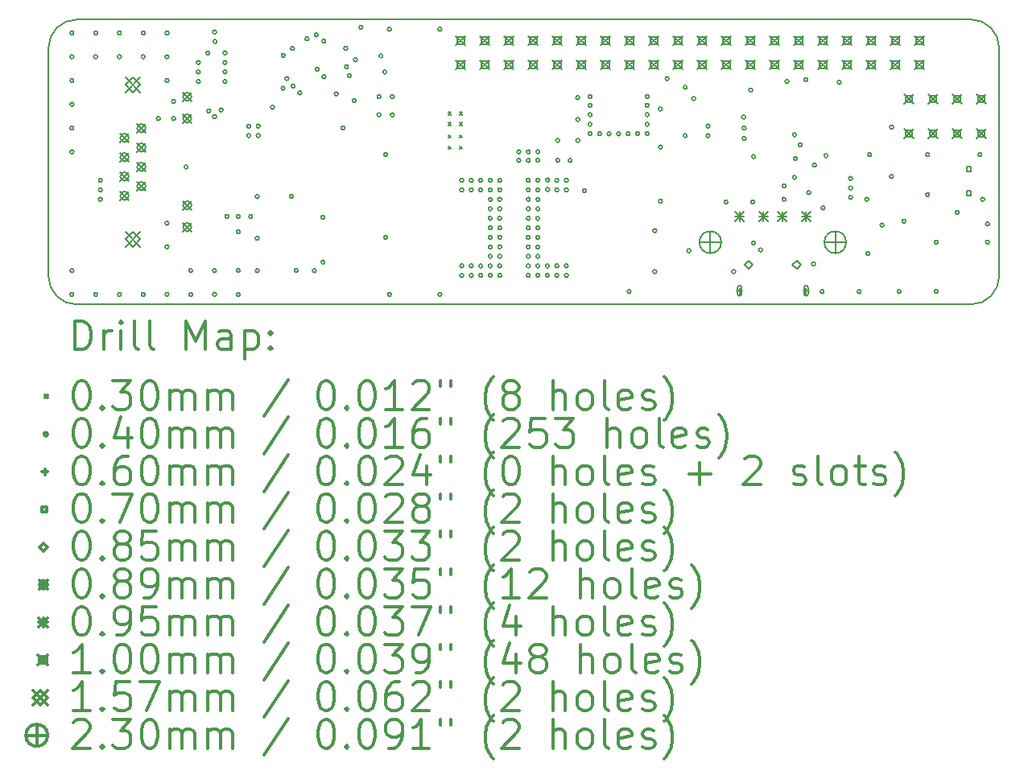
<source format=gbr>
%FSLAX45Y45*%
G04 Gerber Fmt 4.5, Leading zero omitted, Abs format (unit mm)*
G04 Created by KiCad (PCBNEW (5.1.9)-1) date 2021-04-20 17:01:52*
%MOMM*%
%LPD*%
G01*
G04 APERTURE LIST*
%TA.AperFunction,Profile*%
%ADD10C,0.150000*%
%TD*%
%ADD11C,0.200000*%
%ADD12C,0.300000*%
G04 APERTURE END LIST*
D10*
X17903200Y-12106800D02*
X17953200Y-12106800D01*
X18253200Y-9406800D02*
X18253200Y-11806800D01*
X8553200Y-9106800D02*
X17953200Y-9106800D01*
X8253200Y-11806800D02*
X8253200Y-9406800D01*
X8253200Y-9406800D02*
G75*
G02*
X8553200Y-9106800I300000J0D01*
G01*
X8553200Y-12106800D02*
G75*
G02*
X8253200Y-11806800I0J300000D01*
G01*
X18253200Y-11806800D02*
G75*
G02*
X17953200Y-12106800I-300000J0D01*
G01*
X17953200Y-9106800D02*
G75*
G02*
X18253200Y-9406800I0J-300000D01*
G01*
X8553200Y-12106800D02*
X17903200Y-12106800D01*
D11*
X12458200Y-10081800D02*
X12488200Y-10111800D01*
X12488200Y-10081800D02*
X12458200Y-10111800D01*
X12458200Y-10191800D02*
X12488200Y-10221800D01*
X12488200Y-10191800D02*
X12458200Y-10221800D01*
X12458200Y-10321800D02*
X12488200Y-10351800D01*
X12488200Y-10321800D02*
X12458200Y-10351800D01*
X12458200Y-10441800D02*
X12488200Y-10471800D01*
X12488200Y-10441800D02*
X12458200Y-10471800D01*
X12578200Y-10081800D02*
X12608200Y-10111800D01*
X12608200Y-10081800D02*
X12578200Y-10111800D01*
X12578200Y-10191800D02*
X12608200Y-10221800D01*
X12608200Y-10191800D02*
X12578200Y-10221800D01*
X12578200Y-10321800D02*
X12608200Y-10351800D01*
X12608200Y-10321800D02*
X12578200Y-10351800D01*
X12578200Y-10441800D02*
X12608200Y-10471800D01*
X12608200Y-10441800D02*
X12578200Y-10471800D01*
X8520000Y-9250000D02*
G75*
G03*
X8520000Y-9250000I-20000J0D01*
G01*
X8520000Y-9500000D02*
G75*
G03*
X8520000Y-9500000I-20000J0D01*
G01*
X8520000Y-9750000D02*
G75*
G03*
X8520000Y-9750000I-20000J0D01*
G01*
X8520000Y-10000000D02*
G75*
G03*
X8520000Y-10000000I-20000J0D01*
G01*
X8520000Y-10250000D02*
G75*
G03*
X8520000Y-10250000I-20000J0D01*
G01*
X8520000Y-10500000D02*
G75*
G03*
X8520000Y-10500000I-20000J0D01*
G01*
X8520000Y-11750000D02*
G75*
G03*
X8520000Y-11750000I-20000J0D01*
G01*
X8520000Y-12000000D02*
G75*
G03*
X8520000Y-12000000I-20000J0D01*
G01*
X8770000Y-9250000D02*
G75*
G03*
X8770000Y-9250000I-20000J0D01*
G01*
X8770000Y-9500000D02*
G75*
G03*
X8770000Y-9500000I-20000J0D01*
G01*
X8770000Y-12000000D02*
G75*
G03*
X8770000Y-12000000I-20000J0D01*
G01*
X8820000Y-10800000D02*
G75*
G03*
X8820000Y-10800000I-20000J0D01*
G01*
X8820000Y-10900000D02*
G75*
G03*
X8820000Y-10900000I-20000J0D01*
G01*
X8820000Y-11000000D02*
G75*
G03*
X8820000Y-11000000I-20000J0D01*
G01*
X9020000Y-9250000D02*
G75*
G03*
X9020000Y-9250000I-20000J0D01*
G01*
X9020000Y-9500000D02*
G75*
G03*
X9020000Y-9500000I-20000J0D01*
G01*
X9020000Y-12000000D02*
G75*
G03*
X9020000Y-12000000I-20000J0D01*
G01*
X9270000Y-9250000D02*
G75*
G03*
X9270000Y-9250000I-20000J0D01*
G01*
X9270000Y-9500000D02*
G75*
G03*
X9270000Y-9500000I-20000J0D01*
G01*
X9270000Y-12000000D02*
G75*
G03*
X9270000Y-12000000I-20000J0D01*
G01*
X9430000Y-10150000D02*
G75*
G03*
X9430000Y-10150000I-20000J0D01*
G01*
X9520000Y-9250000D02*
G75*
G03*
X9520000Y-9250000I-20000J0D01*
G01*
X9520000Y-9500000D02*
G75*
G03*
X9520000Y-9500000I-20000J0D01*
G01*
X9520000Y-9750000D02*
G75*
G03*
X9520000Y-9750000I-20000J0D01*
G01*
X9520000Y-11250000D02*
G75*
G03*
X9520000Y-11250000I-20000J0D01*
G01*
X9520000Y-11500000D02*
G75*
G03*
X9520000Y-11500000I-20000J0D01*
G01*
X9520000Y-12000000D02*
G75*
G03*
X9520000Y-12000000I-20000J0D01*
G01*
X9590000Y-9970000D02*
G75*
G03*
X9590000Y-9970000I-20000J0D01*
G01*
X9590000Y-10150000D02*
G75*
G03*
X9590000Y-10150000I-20000J0D01*
G01*
X9720000Y-10660000D02*
G75*
G03*
X9720000Y-10660000I-20000J0D01*
G01*
X9770000Y-11750000D02*
G75*
G03*
X9770000Y-11750000I-20000J0D01*
G01*
X9770000Y-12000000D02*
G75*
G03*
X9770000Y-12000000I-20000J0D01*
G01*
X9850000Y-9560000D02*
G75*
G03*
X9850000Y-9560000I-20000J0D01*
G01*
X9850000Y-9660000D02*
G75*
G03*
X9850000Y-9660000I-20000J0D01*
G01*
X9850000Y-9760000D02*
G75*
G03*
X9850000Y-9760000I-20000J0D01*
G01*
X9950000Y-9460000D02*
G75*
G03*
X9950000Y-9460000I-20000J0D01*
G01*
X9960000Y-10070000D02*
G75*
G03*
X9960000Y-10070000I-20000J0D01*
G01*
X10020000Y-9240000D02*
G75*
G03*
X10020000Y-9240000I-20000J0D01*
G01*
X10020000Y-10130000D02*
G75*
G03*
X10020000Y-10130000I-20000J0D01*
G01*
X10020000Y-11750000D02*
G75*
G03*
X10020000Y-11750000I-20000J0D01*
G01*
X10020000Y-12000000D02*
G75*
G03*
X10020000Y-12000000I-20000J0D01*
G01*
X10024733Y-9339889D02*
G75*
G03*
X10024733Y-9339889I-20000J0D01*
G01*
X10090000Y-10060000D02*
G75*
G03*
X10090000Y-10060000I-20000J0D01*
G01*
X10130000Y-9460000D02*
G75*
G03*
X10130000Y-9460000I-20000J0D01*
G01*
X10130000Y-9560000D02*
G75*
G03*
X10130000Y-9560000I-20000J0D01*
G01*
X10130000Y-9660000D02*
G75*
G03*
X10130000Y-9660000I-20000J0D01*
G01*
X10130000Y-9760000D02*
G75*
G03*
X10130000Y-9760000I-20000J0D01*
G01*
X10150000Y-11180000D02*
G75*
G03*
X10150000Y-11180000I-20000J0D01*
G01*
X10270000Y-11180000D02*
G75*
G03*
X10270000Y-11180000I-20000J0D01*
G01*
X10270000Y-11340000D02*
G75*
G03*
X10270000Y-11340000I-20000J0D01*
G01*
X10270000Y-11750000D02*
G75*
G03*
X10270000Y-11750000I-20000J0D01*
G01*
X10270000Y-12000000D02*
G75*
G03*
X10270000Y-12000000I-20000J0D01*
G01*
X10380000Y-10230000D02*
G75*
G03*
X10380000Y-10230000I-20000J0D01*
G01*
X10380000Y-10330000D02*
G75*
G03*
X10380000Y-10330000I-20000J0D01*
G01*
X10400000Y-11180000D02*
G75*
G03*
X10400000Y-11180000I-20000J0D01*
G01*
X10470000Y-10970000D02*
G75*
G03*
X10470000Y-10970000I-20000J0D01*
G01*
X10470000Y-11410000D02*
G75*
G03*
X10470000Y-11410000I-20000J0D01*
G01*
X10470000Y-11750000D02*
G75*
G03*
X10470000Y-11750000I-20000J0D01*
G01*
X10480000Y-10230000D02*
G75*
G03*
X10480000Y-10230000I-20000J0D01*
G01*
X10480000Y-10330000D02*
G75*
G03*
X10480000Y-10330000I-20000J0D01*
G01*
X10630000Y-10030000D02*
G75*
G03*
X10630000Y-10030000I-20000J0D01*
G01*
X10740000Y-9830000D02*
G75*
G03*
X10740000Y-9830000I-20000J0D01*
G01*
X10742607Y-9485001D02*
G75*
G03*
X10742607Y-9485001I-20000J0D01*
G01*
X10781347Y-9728672D02*
G75*
G03*
X10781347Y-9728672I-20000J0D01*
G01*
X10830000Y-10970000D02*
G75*
G03*
X10830000Y-10970000I-20000J0D01*
G01*
X10840000Y-9412389D02*
G75*
G03*
X10840000Y-9412389I-20000J0D01*
G01*
X10847392Y-9807307D02*
G75*
G03*
X10847392Y-9807307I-20000J0D01*
G01*
X10880000Y-11750000D02*
G75*
G03*
X10880000Y-11750000I-20000J0D01*
G01*
X10916829Y-9879270D02*
G75*
G03*
X10916829Y-9879270I-20000J0D01*
G01*
X10992500Y-9310765D02*
G75*
G03*
X10992500Y-9310765I-20000J0D01*
G01*
X11070000Y-11750000D02*
G75*
G03*
X11070000Y-11750000I-20000J0D01*
G01*
X11090711Y-9269289D02*
G75*
G03*
X11090711Y-9269289I-20000J0D01*
G01*
X11100000Y-9630000D02*
G75*
G03*
X11100000Y-9630000I-20000J0D01*
G01*
X11160000Y-11190000D02*
G75*
G03*
X11160000Y-11190000I-20000J0D01*
G01*
X11160000Y-11660000D02*
G75*
G03*
X11160000Y-11660000I-20000J0D01*
G01*
X11170000Y-9334998D02*
G75*
G03*
X11170000Y-9334998I-20000J0D01*
G01*
X11170000Y-9710000D02*
G75*
G03*
X11170000Y-9710000I-20000J0D01*
G01*
X11300000Y-9890000D02*
G75*
G03*
X11300000Y-9890000I-20000J0D01*
G01*
X11370000Y-10250000D02*
G75*
G03*
X11370000Y-10250000I-20000J0D01*
G01*
X11400000Y-9409998D02*
G75*
G03*
X11400000Y-9409998I-20000J0D01*
G01*
X11407496Y-9604998D02*
G75*
G03*
X11407496Y-9604998I-20000J0D01*
G01*
X11437500Y-9700391D02*
G75*
G03*
X11437500Y-9700391I-20000J0D01*
G01*
X11490000Y-9960000D02*
G75*
G03*
X11490000Y-9960000I-20000J0D01*
G01*
X11501963Y-9530568D02*
G75*
G03*
X11501963Y-9530568I-20000J0D01*
G01*
X11560000Y-9190000D02*
G75*
G03*
X11560000Y-9190000I-20000J0D01*
G01*
X11750000Y-9920000D02*
G75*
G03*
X11750000Y-9920000I-20000J0D01*
G01*
X11750000Y-10110000D02*
G75*
G03*
X11750000Y-10110000I-20000J0D01*
G01*
X11770000Y-9490000D02*
G75*
G03*
X11770000Y-9490000I-20000J0D01*
G01*
X11810000Y-9660000D02*
G75*
G03*
X11810000Y-9660000I-20000J0D01*
G01*
X11820000Y-10530000D02*
G75*
G03*
X11820000Y-10530000I-20000J0D01*
G01*
X11820000Y-11400000D02*
G75*
G03*
X11820000Y-11400000I-20000J0D01*
G01*
X11860000Y-9210000D02*
G75*
G03*
X11860000Y-9210000I-20000J0D01*
G01*
X11860000Y-12000000D02*
G75*
G03*
X11860000Y-12000000I-20000J0D01*
G01*
X11890000Y-9920000D02*
G75*
G03*
X11890000Y-9920000I-20000J0D01*
G01*
X11890000Y-10110000D02*
G75*
G03*
X11890000Y-10110000I-20000J0D01*
G01*
X12390000Y-9210000D02*
G75*
G03*
X12390000Y-9210000I-20000J0D01*
G01*
X12390000Y-12000000D02*
G75*
G03*
X12390000Y-12000000I-20000J0D01*
G01*
X12620000Y-10800000D02*
G75*
G03*
X12620000Y-10800000I-20000J0D01*
G01*
X12620000Y-10900000D02*
G75*
G03*
X12620000Y-10900000I-20000J0D01*
G01*
X12620000Y-11700000D02*
G75*
G03*
X12620000Y-11700000I-20000J0D01*
G01*
X12620000Y-11800000D02*
G75*
G03*
X12620000Y-11800000I-20000J0D01*
G01*
X12720000Y-10800000D02*
G75*
G03*
X12720000Y-10800000I-20000J0D01*
G01*
X12720000Y-10900000D02*
G75*
G03*
X12720000Y-10900000I-20000J0D01*
G01*
X12720000Y-11700000D02*
G75*
G03*
X12720000Y-11700000I-20000J0D01*
G01*
X12720000Y-11800000D02*
G75*
G03*
X12720000Y-11800000I-20000J0D01*
G01*
X12820000Y-10800000D02*
G75*
G03*
X12820000Y-10800000I-20000J0D01*
G01*
X12820000Y-10900000D02*
G75*
G03*
X12820000Y-10900000I-20000J0D01*
G01*
X12820000Y-11700000D02*
G75*
G03*
X12820000Y-11700000I-20000J0D01*
G01*
X12820000Y-11800000D02*
G75*
G03*
X12820000Y-11800000I-20000J0D01*
G01*
X12820000Y-11800000D02*
G75*
G03*
X12820000Y-11800000I-20000J0D01*
G01*
X12920000Y-10800000D02*
G75*
G03*
X12920000Y-10800000I-20000J0D01*
G01*
X12920000Y-10900000D02*
G75*
G03*
X12920000Y-10900000I-20000J0D01*
G01*
X12920000Y-11000000D02*
G75*
G03*
X12920000Y-11000000I-20000J0D01*
G01*
X12920000Y-11100000D02*
G75*
G03*
X12920000Y-11100000I-20000J0D01*
G01*
X12920000Y-11200000D02*
G75*
G03*
X12920000Y-11200000I-20000J0D01*
G01*
X12920000Y-11300000D02*
G75*
G03*
X12920000Y-11300000I-20000J0D01*
G01*
X12920000Y-11400000D02*
G75*
G03*
X12920000Y-11400000I-20000J0D01*
G01*
X12920000Y-11500000D02*
G75*
G03*
X12920000Y-11500000I-20000J0D01*
G01*
X12920000Y-11600000D02*
G75*
G03*
X12920000Y-11600000I-20000J0D01*
G01*
X12920000Y-11700000D02*
G75*
G03*
X12920000Y-11700000I-20000J0D01*
G01*
X12920000Y-11800000D02*
G75*
G03*
X12920000Y-11800000I-20000J0D01*
G01*
X13020000Y-10800000D02*
G75*
G03*
X13020000Y-10800000I-20000J0D01*
G01*
X13020000Y-10900000D02*
G75*
G03*
X13020000Y-10900000I-20000J0D01*
G01*
X13020000Y-11000000D02*
G75*
G03*
X13020000Y-11000000I-20000J0D01*
G01*
X13020000Y-11100000D02*
G75*
G03*
X13020000Y-11100000I-20000J0D01*
G01*
X13020000Y-11200000D02*
G75*
G03*
X13020000Y-11200000I-20000J0D01*
G01*
X13020000Y-11300000D02*
G75*
G03*
X13020000Y-11300000I-20000J0D01*
G01*
X13020000Y-11400000D02*
G75*
G03*
X13020000Y-11400000I-20000J0D01*
G01*
X13020000Y-11500000D02*
G75*
G03*
X13020000Y-11500000I-20000J0D01*
G01*
X13020000Y-11600000D02*
G75*
G03*
X13020000Y-11600000I-20000J0D01*
G01*
X13020000Y-11700000D02*
G75*
G03*
X13020000Y-11700000I-20000J0D01*
G01*
X13020000Y-11800000D02*
G75*
G03*
X13020000Y-11800000I-20000J0D01*
G01*
X13220000Y-10500000D02*
G75*
G03*
X13220000Y-10500000I-20000J0D01*
G01*
X13220000Y-10590000D02*
G75*
G03*
X13220000Y-10590000I-20000J0D01*
G01*
X13320000Y-10500000D02*
G75*
G03*
X13320000Y-10500000I-20000J0D01*
G01*
X13320000Y-10590000D02*
G75*
G03*
X13320000Y-10590000I-20000J0D01*
G01*
X13320000Y-10800000D02*
G75*
G03*
X13320000Y-10800000I-20000J0D01*
G01*
X13320000Y-10900000D02*
G75*
G03*
X13320000Y-10900000I-20000J0D01*
G01*
X13320000Y-11000000D02*
G75*
G03*
X13320000Y-11000000I-20000J0D01*
G01*
X13320000Y-11100000D02*
G75*
G03*
X13320000Y-11100000I-20000J0D01*
G01*
X13320000Y-11200000D02*
G75*
G03*
X13320000Y-11200000I-20000J0D01*
G01*
X13320000Y-11300000D02*
G75*
G03*
X13320000Y-11300000I-20000J0D01*
G01*
X13320000Y-11400000D02*
G75*
G03*
X13320000Y-11400000I-20000J0D01*
G01*
X13320000Y-11500000D02*
G75*
G03*
X13320000Y-11500000I-20000J0D01*
G01*
X13320000Y-11600000D02*
G75*
G03*
X13320000Y-11600000I-20000J0D01*
G01*
X13320000Y-11700000D02*
G75*
G03*
X13320000Y-11700000I-20000J0D01*
G01*
X13320000Y-11800000D02*
G75*
G03*
X13320000Y-11800000I-20000J0D01*
G01*
X13420000Y-10500000D02*
G75*
G03*
X13420000Y-10500000I-20000J0D01*
G01*
X13420000Y-10590000D02*
G75*
G03*
X13420000Y-10590000I-20000J0D01*
G01*
X13420000Y-10800000D02*
G75*
G03*
X13420000Y-10800000I-20000J0D01*
G01*
X13420000Y-10900000D02*
G75*
G03*
X13420000Y-10900000I-20000J0D01*
G01*
X13420000Y-11000000D02*
G75*
G03*
X13420000Y-11000000I-20000J0D01*
G01*
X13420000Y-11100000D02*
G75*
G03*
X13420000Y-11100000I-20000J0D01*
G01*
X13420000Y-11200000D02*
G75*
G03*
X13420000Y-11200000I-20000J0D01*
G01*
X13420000Y-11300000D02*
G75*
G03*
X13420000Y-11300000I-20000J0D01*
G01*
X13420000Y-11400000D02*
G75*
G03*
X13420000Y-11400000I-20000J0D01*
G01*
X13420000Y-11500000D02*
G75*
G03*
X13420000Y-11500000I-20000J0D01*
G01*
X13420000Y-11600000D02*
G75*
G03*
X13420000Y-11600000I-20000J0D01*
G01*
X13420000Y-11700000D02*
G75*
G03*
X13420000Y-11700000I-20000J0D01*
G01*
X13420000Y-11800000D02*
G75*
G03*
X13420000Y-11800000I-20000J0D01*
G01*
X13520000Y-11700000D02*
G75*
G03*
X13520000Y-11700000I-20000J0D01*
G01*
X13520000Y-11800000D02*
G75*
G03*
X13520000Y-11800000I-20000J0D01*
G01*
X13523200Y-10796800D02*
G75*
G03*
X13523200Y-10796800I-20000J0D01*
G01*
X13523200Y-10896800D02*
G75*
G03*
X13523200Y-10896800I-20000J0D01*
G01*
X13620000Y-10800000D02*
G75*
G03*
X13620000Y-10800000I-20000J0D01*
G01*
X13620000Y-10900000D02*
G75*
G03*
X13620000Y-10900000I-20000J0D01*
G01*
X13620000Y-11700000D02*
G75*
G03*
X13620000Y-11700000I-20000J0D01*
G01*
X13620000Y-11800000D02*
G75*
G03*
X13620000Y-11800000I-20000J0D01*
G01*
X13630000Y-10380000D02*
G75*
G03*
X13630000Y-10380000I-20000J0D01*
G01*
X13630000Y-10590000D02*
G75*
G03*
X13630000Y-10590000I-20000J0D01*
G01*
X13720000Y-10800000D02*
G75*
G03*
X13720000Y-10800000I-20000J0D01*
G01*
X13720000Y-10900000D02*
G75*
G03*
X13720000Y-10900000I-20000J0D01*
G01*
X13720000Y-11700000D02*
G75*
G03*
X13720000Y-11700000I-20000J0D01*
G01*
X13720000Y-11800000D02*
G75*
G03*
X13720000Y-11800000I-20000J0D01*
G01*
X13760000Y-10590000D02*
G75*
G03*
X13760000Y-10590000I-20000J0D01*
G01*
X13840000Y-9930000D02*
G75*
G03*
X13840000Y-9930000I-20000J0D01*
G01*
X13840000Y-10160000D02*
G75*
G03*
X13840000Y-10160000I-20000J0D01*
G01*
X13840000Y-10380000D02*
G75*
G03*
X13840000Y-10380000I-20000J0D01*
G01*
X13910000Y-10910000D02*
G75*
G03*
X13910000Y-10910000I-20000J0D01*
G01*
X13970000Y-9920000D02*
G75*
G03*
X13970000Y-9920000I-20000J0D01*
G01*
X13970000Y-10010000D02*
G75*
G03*
X13970000Y-10010000I-20000J0D01*
G01*
X13970000Y-10110000D02*
G75*
G03*
X13970000Y-10110000I-20000J0D01*
G01*
X13970000Y-10210000D02*
G75*
G03*
X13970000Y-10210000I-20000J0D01*
G01*
X13970000Y-10310000D02*
G75*
G03*
X13970000Y-10310000I-20000J0D01*
G01*
X14070000Y-10310000D02*
G75*
G03*
X14070000Y-10310000I-20000J0D01*
G01*
X14170000Y-10310000D02*
G75*
G03*
X14170000Y-10310000I-20000J0D01*
G01*
X14270000Y-10310000D02*
G75*
G03*
X14270000Y-10310000I-20000J0D01*
G01*
X14370000Y-10310000D02*
G75*
G03*
X14370000Y-10310000I-20000J0D01*
G01*
X14380000Y-11970000D02*
G75*
G03*
X14380000Y-11970000I-20000J0D01*
G01*
X14470000Y-10310000D02*
G75*
G03*
X14470000Y-10310000I-20000J0D01*
G01*
X14570000Y-9920000D02*
G75*
G03*
X14570000Y-9920000I-20000J0D01*
G01*
X14570000Y-10010000D02*
G75*
G03*
X14570000Y-10010000I-20000J0D01*
G01*
X14570000Y-10110000D02*
G75*
G03*
X14570000Y-10110000I-20000J0D01*
G01*
X14570000Y-10210000D02*
G75*
G03*
X14570000Y-10210000I-20000J0D01*
G01*
X14570000Y-10310000D02*
G75*
G03*
X14570000Y-10310000I-20000J0D01*
G01*
X14650000Y-11330000D02*
G75*
G03*
X14650000Y-11330000I-20000J0D01*
G01*
X14650000Y-11760000D02*
G75*
G03*
X14650000Y-11760000I-20000J0D01*
G01*
X14710000Y-10050000D02*
G75*
G03*
X14710000Y-10050000I-20000J0D01*
G01*
X14710000Y-10450000D02*
G75*
G03*
X14710000Y-10450000I-20000J0D01*
G01*
X14710000Y-11020000D02*
G75*
G03*
X14710000Y-11020000I-20000J0D01*
G01*
X14780000Y-9730000D02*
G75*
G03*
X14780000Y-9730000I-20000J0D01*
G01*
X14970000Y-9820000D02*
G75*
G03*
X14970000Y-9820000I-20000J0D01*
G01*
X14970000Y-10330000D02*
G75*
G03*
X14970000Y-10330000I-20000J0D01*
G01*
X15010000Y-11540000D02*
G75*
G03*
X15010000Y-11540000I-20000J0D01*
G01*
X15060000Y-9940000D02*
G75*
G03*
X15060000Y-9940000I-20000J0D01*
G01*
X15210000Y-10330000D02*
G75*
G03*
X15210000Y-10330000I-20000J0D01*
G01*
X15211265Y-10228735D02*
G75*
G03*
X15211265Y-10228735I-20000J0D01*
G01*
X15400000Y-11030000D02*
G75*
G03*
X15400000Y-11030000I-20000J0D01*
G01*
X15480000Y-11760000D02*
G75*
G03*
X15480000Y-11760000I-20000J0D01*
G01*
X15585310Y-10134690D02*
G75*
G03*
X15585310Y-10134690I-20000J0D01*
G01*
X15590000Y-10250000D02*
G75*
G03*
X15590000Y-10250000I-20000J0D01*
G01*
X15590000Y-10360000D02*
G75*
G03*
X15590000Y-10360000I-20000J0D01*
G01*
X15660000Y-9850000D02*
G75*
G03*
X15660000Y-9850000I-20000J0D01*
G01*
X15680000Y-11030000D02*
G75*
G03*
X15680000Y-11030000I-20000J0D01*
G01*
X15690000Y-10550000D02*
G75*
G03*
X15690000Y-10550000I-20000J0D01*
G01*
X15690000Y-11460000D02*
G75*
G03*
X15690000Y-11460000I-20000J0D01*
G01*
X15762000Y-11532000D02*
G75*
G03*
X15762000Y-11532000I-20000J0D01*
G01*
X16010000Y-10860000D02*
G75*
G03*
X16010000Y-10860000I-20000J0D01*
G01*
X16010000Y-11000000D02*
G75*
G03*
X16010000Y-11000000I-20000J0D01*
G01*
X16040000Y-9760000D02*
G75*
G03*
X16040000Y-9760000I-20000J0D01*
G01*
X16120000Y-10320004D02*
G75*
G03*
X16120000Y-10320004I-20000J0D01*
G01*
X16120000Y-10770000D02*
G75*
G03*
X16120000Y-10770000I-20000J0D01*
G01*
X16130000Y-10570002D02*
G75*
G03*
X16130000Y-10570002I-20000J0D01*
G01*
X16178983Y-10427183D02*
G75*
G03*
X16178983Y-10427183I-20000J0D01*
G01*
X16240000Y-9740000D02*
G75*
G03*
X16240000Y-9740000I-20000J0D01*
G01*
X16270000Y-10930000D02*
G75*
G03*
X16270000Y-10930000I-20000J0D01*
G01*
X16320000Y-11680000D02*
G75*
G03*
X16320000Y-11680000I-20000J0D01*
G01*
X16330000Y-10640000D02*
G75*
G03*
X16330000Y-10640000I-20000J0D01*
G01*
X16410000Y-11970000D02*
G75*
G03*
X16410000Y-11970000I-20000J0D01*
G01*
X16420000Y-11090000D02*
G75*
G03*
X16420000Y-11090000I-20000J0D01*
G01*
X16450000Y-10540000D02*
G75*
G03*
X16450000Y-10540000I-20000J0D01*
G01*
X16590000Y-9770000D02*
G75*
G03*
X16590000Y-9770000I-20000J0D01*
G01*
X16710000Y-10780000D02*
G75*
G03*
X16710000Y-10780000I-20000J0D01*
G01*
X16710000Y-10880000D02*
G75*
G03*
X16710000Y-10880000I-20000J0D01*
G01*
X16710000Y-10980000D02*
G75*
G03*
X16710000Y-10980000I-20000J0D01*
G01*
X16800000Y-11970000D02*
G75*
G03*
X16800000Y-11970000I-20000J0D01*
G01*
X16880000Y-11000000D02*
G75*
G03*
X16880000Y-11000000I-20000J0D01*
G01*
X16890000Y-11570000D02*
G75*
G03*
X16890000Y-11570000I-20000J0D01*
G01*
X16910000Y-10530000D02*
G75*
G03*
X16910000Y-10530000I-20000J0D01*
G01*
X17040000Y-11270000D02*
G75*
G03*
X17040000Y-11270000I-20000J0D01*
G01*
X17140000Y-10240000D02*
G75*
G03*
X17140000Y-10240000I-20000J0D01*
G01*
X17140000Y-10760000D02*
G75*
G03*
X17140000Y-10760000I-20000J0D01*
G01*
X17220000Y-11970000D02*
G75*
G03*
X17220000Y-11970000I-20000J0D01*
G01*
X17270000Y-11230000D02*
G75*
G03*
X17270000Y-11230000I-20000J0D01*
G01*
X17520000Y-10530000D02*
G75*
G03*
X17520000Y-10530000I-20000J0D01*
G01*
X17520000Y-10950000D02*
G75*
G03*
X17520000Y-10950000I-20000J0D01*
G01*
X17610000Y-11450000D02*
G75*
G03*
X17610000Y-11450000I-20000J0D01*
G01*
X17610000Y-11970000D02*
G75*
G03*
X17610000Y-11970000I-20000J0D01*
G01*
X17830000Y-11140000D02*
G75*
G03*
X17830000Y-11140000I-20000J0D01*
G01*
X18070000Y-10530000D02*
G75*
G03*
X18070000Y-10530000I-20000J0D01*
G01*
X18100000Y-11000000D02*
G75*
G03*
X18100000Y-11000000I-20000J0D01*
G01*
X18150000Y-11260000D02*
G75*
G03*
X18150000Y-11260000I-20000J0D01*
G01*
X18150000Y-11450000D02*
G75*
G03*
X18150000Y-11450000I-20000J0D01*
G01*
X15522000Y-11931630D02*
X15522000Y-11991630D01*
X15492000Y-11961630D02*
X15552000Y-11961630D01*
X15542000Y-11996630D02*
X15542000Y-11926630D01*
X15502000Y-11996630D02*
X15502000Y-11926630D01*
X15542000Y-11926630D02*
G75*
G03*
X15502000Y-11926630I-20000J0D01*
G01*
X15502000Y-11996630D02*
G75*
G03*
X15542000Y-11996630I20000J0D01*
G01*
X16222000Y-11931630D02*
X16222000Y-11991630D01*
X16192000Y-11961630D02*
X16252000Y-11961630D01*
X16202000Y-11926630D02*
X16202000Y-11996630D01*
X16242000Y-11926630D02*
X16242000Y-11996630D01*
X16202000Y-11996630D02*
G75*
G03*
X16242000Y-11996630I20000J0D01*
G01*
X16242000Y-11926630D02*
G75*
G03*
X16202000Y-11926630I-20000J0D01*
G01*
X17957949Y-10707549D02*
X17957949Y-10658051D01*
X17908451Y-10658051D01*
X17908451Y-10707549D01*
X17957949Y-10707549D01*
X17957949Y-10961549D02*
X17957949Y-10912051D01*
X17908451Y-10912051D01*
X17908451Y-10961549D01*
X17957949Y-10961549D01*
X15622000Y-11734130D02*
X15664500Y-11691630D01*
X15622000Y-11649130D01*
X15579500Y-11691630D01*
X15622000Y-11734130D01*
X16122000Y-11734130D02*
X16164500Y-11691630D01*
X16122000Y-11649130D01*
X16079500Y-11691630D01*
X16122000Y-11734130D01*
X9008700Y-10308700D02*
X9097700Y-10397700D01*
X9097700Y-10308700D02*
X9008700Y-10397700D01*
X9097700Y-10353200D02*
G75*
G03*
X9097700Y-10353200I-44500J0D01*
G01*
X9008700Y-10511900D02*
X9097700Y-10600900D01*
X9097700Y-10511900D02*
X9008700Y-10600900D01*
X9097700Y-10556400D02*
G75*
G03*
X9097700Y-10556400I-44500J0D01*
G01*
X9008700Y-10715100D02*
X9097700Y-10804100D01*
X9097700Y-10715100D02*
X9008700Y-10804100D01*
X9097700Y-10759600D02*
G75*
G03*
X9097700Y-10759600I-44500J0D01*
G01*
X9008700Y-10918300D02*
X9097700Y-11007300D01*
X9097700Y-10918300D02*
X9008700Y-11007300D01*
X9097700Y-10962800D02*
G75*
G03*
X9097700Y-10962800I-44500J0D01*
G01*
X9186700Y-10207100D02*
X9275700Y-10296100D01*
X9275700Y-10207100D02*
X9186700Y-10296100D01*
X9275700Y-10251600D02*
G75*
G03*
X9275700Y-10251600I-44500J0D01*
G01*
X9186700Y-10410300D02*
X9275700Y-10499300D01*
X9275700Y-10410300D02*
X9186700Y-10499300D01*
X9275700Y-10454800D02*
G75*
G03*
X9275700Y-10454800I-44500J0D01*
G01*
X9186700Y-10613500D02*
X9275700Y-10702500D01*
X9275700Y-10613500D02*
X9186700Y-10702500D01*
X9275700Y-10658000D02*
G75*
G03*
X9275700Y-10658000I-44500J0D01*
G01*
X9186700Y-10816700D02*
X9275700Y-10905700D01*
X9275700Y-10816700D02*
X9186700Y-10905700D01*
X9275700Y-10861200D02*
G75*
G03*
X9275700Y-10861200I-44500J0D01*
G01*
X9668700Y-9876300D02*
X9757700Y-9965300D01*
X9757700Y-9876300D02*
X9668700Y-9965300D01*
X9757700Y-9920800D02*
G75*
G03*
X9757700Y-9920800I-44500J0D01*
G01*
X9668700Y-10105300D02*
X9757700Y-10194300D01*
X9757700Y-10105300D02*
X9668700Y-10194300D01*
X9757700Y-10149800D02*
G75*
G03*
X9757700Y-10149800I-44500J0D01*
G01*
X9668700Y-11019300D02*
X9757700Y-11108300D01*
X9757700Y-11019300D02*
X9668700Y-11108300D01*
X9757700Y-11063800D02*
G75*
G03*
X9757700Y-11063800I-44500J0D01*
G01*
X9668700Y-11248300D02*
X9757700Y-11337300D01*
X9757700Y-11248300D02*
X9668700Y-11337300D01*
X9757700Y-11292800D02*
G75*
G03*
X9757700Y-11292800I-44500J0D01*
G01*
X15474500Y-11132300D02*
X15569500Y-11227300D01*
X15569500Y-11132300D02*
X15474500Y-11227300D01*
X15522000Y-11132300D02*
X15522000Y-11227300D01*
X15474500Y-11179800D02*
X15569500Y-11179800D01*
X15724500Y-11132300D02*
X15819500Y-11227300D01*
X15819500Y-11132300D02*
X15724500Y-11227300D01*
X15772000Y-11132300D02*
X15772000Y-11227300D01*
X15724500Y-11179800D02*
X15819500Y-11179800D01*
X15924500Y-11132300D02*
X16019500Y-11227300D01*
X16019500Y-11132300D02*
X15924500Y-11227300D01*
X15972000Y-11132300D02*
X15972000Y-11227300D01*
X15924500Y-11179800D02*
X16019500Y-11179800D01*
X16174500Y-11132300D02*
X16269500Y-11227300D01*
X16269500Y-11132300D02*
X16174500Y-11227300D01*
X16222000Y-11132300D02*
X16222000Y-11227300D01*
X16174500Y-11179800D02*
X16269500Y-11179800D01*
X12540200Y-9279800D02*
X12640200Y-9379800D01*
X12640200Y-9279800D02*
X12540200Y-9379800D01*
X12625556Y-9365156D02*
X12625556Y-9294444D01*
X12554844Y-9294444D01*
X12554844Y-9365156D01*
X12625556Y-9365156D01*
X12540200Y-9533800D02*
X12640200Y-9633800D01*
X12640200Y-9533800D02*
X12540200Y-9633800D01*
X12625556Y-9619156D02*
X12625556Y-9548444D01*
X12554844Y-9548444D01*
X12554844Y-9619156D01*
X12625556Y-9619156D01*
X12794200Y-9279800D02*
X12894200Y-9379800D01*
X12894200Y-9279800D02*
X12794200Y-9379800D01*
X12879556Y-9365156D02*
X12879556Y-9294444D01*
X12808844Y-9294444D01*
X12808844Y-9365156D01*
X12879556Y-9365156D01*
X12794200Y-9533800D02*
X12894200Y-9633800D01*
X12894200Y-9533800D02*
X12794200Y-9633800D01*
X12879556Y-9619156D02*
X12879556Y-9548444D01*
X12808844Y-9548444D01*
X12808844Y-9619156D01*
X12879556Y-9619156D01*
X13048200Y-9279800D02*
X13148200Y-9379800D01*
X13148200Y-9279800D02*
X13048200Y-9379800D01*
X13133556Y-9365156D02*
X13133556Y-9294444D01*
X13062844Y-9294444D01*
X13062844Y-9365156D01*
X13133556Y-9365156D01*
X13048200Y-9533800D02*
X13148200Y-9633800D01*
X13148200Y-9533800D02*
X13048200Y-9633800D01*
X13133556Y-9619156D02*
X13133556Y-9548444D01*
X13062844Y-9548444D01*
X13062844Y-9619156D01*
X13133556Y-9619156D01*
X13302200Y-9279800D02*
X13402200Y-9379800D01*
X13402200Y-9279800D02*
X13302200Y-9379800D01*
X13387556Y-9365156D02*
X13387556Y-9294444D01*
X13316844Y-9294444D01*
X13316844Y-9365156D01*
X13387556Y-9365156D01*
X13302200Y-9533800D02*
X13402200Y-9633800D01*
X13402200Y-9533800D02*
X13302200Y-9633800D01*
X13387556Y-9619156D02*
X13387556Y-9548444D01*
X13316844Y-9548444D01*
X13316844Y-9619156D01*
X13387556Y-9619156D01*
X13556200Y-9279800D02*
X13656200Y-9379800D01*
X13656200Y-9279800D02*
X13556200Y-9379800D01*
X13641556Y-9365156D02*
X13641556Y-9294444D01*
X13570844Y-9294444D01*
X13570844Y-9365156D01*
X13641556Y-9365156D01*
X13556200Y-9533800D02*
X13656200Y-9633800D01*
X13656200Y-9533800D02*
X13556200Y-9633800D01*
X13641556Y-9619156D02*
X13641556Y-9548444D01*
X13570844Y-9548444D01*
X13570844Y-9619156D01*
X13641556Y-9619156D01*
X13810200Y-9279800D02*
X13910200Y-9379800D01*
X13910200Y-9279800D02*
X13810200Y-9379800D01*
X13895556Y-9365156D02*
X13895556Y-9294444D01*
X13824844Y-9294444D01*
X13824844Y-9365156D01*
X13895556Y-9365156D01*
X13810200Y-9533800D02*
X13910200Y-9633800D01*
X13910200Y-9533800D02*
X13810200Y-9633800D01*
X13895556Y-9619156D02*
X13895556Y-9548444D01*
X13824844Y-9548444D01*
X13824844Y-9619156D01*
X13895556Y-9619156D01*
X14064200Y-9279800D02*
X14164200Y-9379800D01*
X14164200Y-9279800D02*
X14064200Y-9379800D01*
X14149556Y-9365156D02*
X14149556Y-9294444D01*
X14078844Y-9294444D01*
X14078844Y-9365156D01*
X14149556Y-9365156D01*
X14064200Y-9533800D02*
X14164200Y-9633800D01*
X14164200Y-9533800D02*
X14064200Y-9633800D01*
X14149556Y-9619156D02*
X14149556Y-9548444D01*
X14078844Y-9548444D01*
X14078844Y-9619156D01*
X14149556Y-9619156D01*
X14318200Y-9279800D02*
X14418200Y-9379800D01*
X14418200Y-9279800D02*
X14318200Y-9379800D01*
X14403556Y-9365156D02*
X14403556Y-9294444D01*
X14332844Y-9294444D01*
X14332844Y-9365156D01*
X14403556Y-9365156D01*
X14318200Y-9533800D02*
X14418200Y-9633800D01*
X14418200Y-9533800D02*
X14318200Y-9633800D01*
X14403556Y-9619156D02*
X14403556Y-9548444D01*
X14332844Y-9548444D01*
X14332844Y-9619156D01*
X14403556Y-9619156D01*
X14572200Y-9279800D02*
X14672200Y-9379800D01*
X14672200Y-9279800D02*
X14572200Y-9379800D01*
X14657556Y-9365156D02*
X14657556Y-9294444D01*
X14586844Y-9294444D01*
X14586844Y-9365156D01*
X14657556Y-9365156D01*
X14572200Y-9533800D02*
X14672200Y-9633800D01*
X14672200Y-9533800D02*
X14572200Y-9633800D01*
X14657556Y-9619156D02*
X14657556Y-9548444D01*
X14586844Y-9548444D01*
X14586844Y-9619156D01*
X14657556Y-9619156D01*
X14826200Y-9279800D02*
X14926200Y-9379800D01*
X14926200Y-9279800D02*
X14826200Y-9379800D01*
X14911556Y-9365156D02*
X14911556Y-9294444D01*
X14840844Y-9294444D01*
X14840844Y-9365156D01*
X14911556Y-9365156D01*
X14826200Y-9533800D02*
X14926200Y-9633800D01*
X14926200Y-9533800D02*
X14826200Y-9633800D01*
X14911556Y-9619156D02*
X14911556Y-9548444D01*
X14840844Y-9548444D01*
X14840844Y-9619156D01*
X14911556Y-9619156D01*
X15080200Y-9279800D02*
X15180200Y-9379800D01*
X15180200Y-9279800D02*
X15080200Y-9379800D01*
X15165556Y-9365156D02*
X15165556Y-9294444D01*
X15094844Y-9294444D01*
X15094844Y-9365156D01*
X15165556Y-9365156D01*
X15080200Y-9533800D02*
X15180200Y-9633800D01*
X15180200Y-9533800D02*
X15080200Y-9633800D01*
X15165556Y-9619156D02*
X15165556Y-9548444D01*
X15094844Y-9548444D01*
X15094844Y-9619156D01*
X15165556Y-9619156D01*
X15334200Y-9279800D02*
X15434200Y-9379800D01*
X15434200Y-9279800D02*
X15334200Y-9379800D01*
X15419556Y-9365156D02*
X15419556Y-9294444D01*
X15348844Y-9294444D01*
X15348844Y-9365156D01*
X15419556Y-9365156D01*
X15334200Y-9533800D02*
X15434200Y-9633800D01*
X15434200Y-9533800D02*
X15334200Y-9633800D01*
X15419556Y-9619156D02*
X15419556Y-9548444D01*
X15348844Y-9548444D01*
X15348844Y-9619156D01*
X15419556Y-9619156D01*
X15588200Y-9279800D02*
X15688200Y-9379800D01*
X15688200Y-9279800D02*
X15588200Y-9379800D01*
X15673556Y-9365156D02*
X15673556Y-9294444D01*
X15602844Y-9294444D01*
X15602844Y-9365156D01*
X15673556Y-9365156D01*
X15588200Y-9533800D02*
X15688200Y-9633800D01*
X15688200Y-9533800D02*
X15588200Y-9633800D01*
X15673556Y-9619156D02*
X15673556Y-9548444D01*
X15602844Y-9548444D01*
X15602844Y-9619156D01*
X15673556Y-9619156D01*
X15842200Y-9279800D02*
X15942200Y-9379800D01*
X15942200Y-9279800D02*
X15842200Y-9379800D01*
X15927556Y-9365156D02*
X15927556Y-9294444D01*
X15856844Y-9294444D01*
X15856844Y-9365156D01*
X15927556Y-9365156D01*
X15842200Y-9533800D02*
X15942200Y-9633800D01*
X15942200Y-9533800D02*
X15842200Y-9633800D01*
X15927556Y-9619156D02*
X15927556Y-9548444D01*
X15856844Y-9548444D01*
X15856844Y-9619156D01*
X15927556Y-9619156D01*
X16096200Y-9279800D02*
X16196200Y-9379800D01*
X16196200Y-9279800D02*
X16096200Y-9379800D01*
X16181556Y-9365156D02*
X16181556Y-9294444D01*
X16110844Y-9294444D01*
X16110844Y-9365156D01*
X16181556Y-9365156D01*
X16096200Y-9533800D02*
X16196200Y-9633800D01*
X16196200Y-9533800D02*
X16096200Y-9633800D01*
X16181556Y-9619156D02*
X16181556Y-9548444D01*
X16110844Y-9548444D01*
X16110844Y-9619156D01*
X16181556Y-9619156D01*
X16350200Y-9279800D02*
X16450200Y-9379800D01*
X16450200Y-9279800D02*
X16350200Y-9379800D01*
X16435556Y-9365156D02*
X16435556Y-9294444D01*
X16364844Y-9294444D01*
X16364844Y-9365156D01*
X16435556Y-9365156D01*
X16350200Y-9533800D02*
X16450200Y-9633800D01*
X16450200Y-9533800D02*
X16350200Y-9633800D01*
X16435556Y-9619156D02*
X16435556Y-9548444D01*
X16364844Y-9548444D01*
X16364844Y-9619156D01*
X16435556Y-9619156D01*
X16604200Y-9279800D02*
X16704200Y-9379800D01*
X16704200Y-9279800D02*
X16604200Y-9379800D01*
X16689556Y-9365156D02*
X16689556Y-9294444D01*
X16618844Y-9294444D01*
X16618844Y-9365156D01*
X16689556Y-9365156D01*
X16604200Y-9533800D02*
X16704200Y-9633800D01*
X16704200Y-9533800D02*
X16604200Y-9633800D01*
X16689556Y-9619156D02*
X16689556Y-9548444D01*
X16618844Y-9548444D01*
X16618844Y-9619156D01*
X16689556Y-9619156D01*
X16858200Y-9279800D02*
X16958200Y-9379800D01*
X16958200Y-9279800D02*
X16858200Y-9379800D01*
X16943556Y-9365156D02*
X16943556Y-9294444D01*
X16872844Y-9294444D01*
X16872844Y-9365156D01*
X16943556Y-9365156D01*
X16858200Y-9533800D02*
X16958200Y-9633800D01*
X16958200Y-9533800D02*
X16858200Y-9633800D01*
X16943556Y-9619156D02*
X16943556Y-9548444D01*
X16872844Y-9548444D01*
X16872844Y-9619156D01*
X16943556Y-9619156D01*
X17112200Y-9279800D02*
X17212200Y-9379800D01*
X17212200Y-9279800D02*
X17112200Y-9379800D01*
X17197556Y-9365156D02*
X17197556Y-9294444D01*
X17126844Y-9294444D01*
X17126844Y-9365156D01*
X17197556Y-9365156D01*
X17112200Y-9533800D02*
X17212200Y-9633800D01*
X17212200Y-9533800D02*
X17112200Y-9633800D01*
X17197556Y-9619156D02*
X17197556Y-9548444D01*
X17126844Y-9548444D01*
X17126844Y-9619156D01*
X17197556Y-9619156D01*
X17253200Y-9896800D02*
X17353200Y-9996800D01*
X17353200Y-9896800D02*
X17253200Y-9996800D01*
X17338556Y-9982156D02*
X17338556Y-9911444D01*
X17267844Y-9911444D01*
X17267844Y-9982156D01*
X17338556Y-9982156D01*
X17253200Y-10256800D02*
X17353200Y-10356800D01*
X17353200Y-10256800D02*
X17253200Y-10356800D01*
X17338556Y-10342156D02*
X17338556Y-10271444D01*
X17267844Y-10271444D01*
X17267844Y-10342156D01*
X17338556Y-10342156D01*
X17366200Y-9279800D02*
X17466200Y-9379800D01*
X17466200Y-9279800D02*
X17366200Y-9379800D01*
X17451556Y-9365156D02*
X17451556Y-9294444D01*
X17380844Y-9294444D01*
X17380844Y-9365156D01*
X17451556Y-9365156D01*
X17366200Y-9533800D02*
X17466200Y-9633800D01*
X17466200Y-9533800D02*
X17366200Y-9633800D01*
X17451556Y-9619156D02*
X17451556Y-9548444D01*
X17380844Y-9548444D01*
X17380844Y-9619156D01*
X17451556Y-9619156D01*
X17507200Y-9896800D02*
X17607200Y-9996800D01*
X17607200Y-9896800D02*
X17507200Y-9996800D01*
X17592556Y-9982156D02*
X17592556Y-9911444D01*
X17521844Y-9911444D01*
X17521844Y-9982156D01*
X17592556Y-9982156D01*
X17507200Y-10256800D02*
X17607200Y-10356800D01*
X17607200Y-10256800D02*
X17507200Y-10356800D01*
X17592556Y-10342156D02*
X17592556Y-10271444D01*
X17521844Y-10271444D01*
X17521844Y-10342156D01*
X17592556Y-10342156D01*
X17761200Y-9896800D02*
X17861200Y-9996800D01*
X17861200Y-9896800D02*
X17761200Y-9996800D01*
X17846556Y-9982156D02*
X17846556Y-9911444D01*
X17775844Y-9911444D01*
X17775844Y-9982156D01*
X17846556Y-9982156D01*
X17761200Y-10256800D02*
X17861200Y-10356800D01*
X17861200Y-10256800D02*
X17761200Y-10356800D01*
X17846556Y-10342156D02*
X17846556Y-10271444D01*
X17775844Y-10271444D01*
X17775844Y-10342156D01*
X17846556Y-10342156D01*
X18015200Y-9896800D02*
X18115200Y-9996800D01*
X18115200Y-9896800D02*
X18015200Y-9996800D01*
X18100556Y-9982156D02*
X18100556Y-9911444D01*
X18029844Y-9911444D01*
X18029844Y-9982156D01*
X18100556Y-9982156D01*
X18015200Y-10256800D02*
X18115200Y-10356800D01*
X18115200Y-10256800D02*
X18015200Y-10356800D01*
X18100556Y-10342156D02*
X18100556Y-10271444D01*
X18029844Y-10271444D01*
X18029844Y-10342156D01*
X18100556Y-10342156D01*
X9063700Y-9715300D02*
X9220700Y-9872300D01*
X9220700Y-9715300D02*
X9063700Y-9872300D01*
X9142200Y-9872300D02*
X9220700Y-9793800D01*
X9142200Y-9715300D01*
X9063700Y-9793800D01*
X9142200Y-9872300D01*
X9063700Y-11341300D02*
X9220700Y-11498300D01*
X9220700Y-11341300D02*
X9063700Y-11498300D01*
X9142200Y-11498300D02*
X9220700Y-11419800D01*
X9142200Y-11341300D01*
X9063700Y-11419800D01*
X9142200Y-11498300D01*
X15215000Y-11335800D02*
X15215000Y-11565800D01*
X15100000Y-11450800D02*
X15330000Y-11450800D01*
X15330000Y-11450800D02*
G75*
G03*
X15330000Y-11450800I-115000J0D01*
G01*
X16529000Y-11335800D02*
X16529000Y-11565800D01*
X16414000Y-11450800D02*
X16644000Y-11450800D01*
X16644000Y-11450800D02*
G75*
G03*
X16644000Y-11450800I-115000J0D01*
G01*
D12*
X8532128Y-12580014D02*
X8532128Y-12280014D01*
X8603557Y-12280014D01*
X8646414Y-12294300D01*
X8674986Y-12322871D01*
X8689271Y-12351443D01*
X8703557Y-12408586D01*
X8703557Y-12451443D01*
X8689271Y-12508586D01*
X8674986Y-12537157D01*
X8646414Y-12565729D01*
X8603557Y-12580014D01*
X8532128Y-12580014D01*
X8832128Y-12580014D02*
X8832128Y-12380014D01*
X8832128Y-12437157D02*
X8846414Y-12408586D01*
X8860700Y-12394300D01*
X8889271Y-12380014D01*
X8917843Y-12380014D01*
X9017843Y-12580014D02*
X9017843Y-12380014D01*
X9017843Y-12280014D02*
X9003557Y-12294300D01*
X9017843Y-12308586D01*
X9032128Y-12294300D01*
X9017843Y-12280014D01*
X9017843Y-12308586D01*
X9203557Y-12580014D02*
X9174986Y-12565729D01*
X9160700Y-12537157D01*
X9160700Y-12280014D01*
X9360700Y-12580014D02*
X9332128Y-12565729D01*
X9317843Y-12537157D01*
X9317843Y-12280014D01*
X9703557Y-12580014D02*
X9703557Y-12280014D01*
X9803557Y-12494300D01*
X9903557Y-12280014D01*
X9903557Y-12580014D01*
X10174986Y-12580014D02*
X10174986Y-12422871D01*
X10160700Y-12394300D01*
X10132128Y-12380014D01*
X10074986Y-12380014D01*
X10046414Y-12394300D01*
X10174986Y-12565729D02*
X10146414Y-12580014D01*
X10074986Y-12580014D01*
X10046414Y-12565729D01*
X10032128Y-12537157D01*
X10032128Y-12508586D01*
X10046414Y-12480014D01*
X10074986Y-12465729D01*
X10146414Y-12465729D01*
X10174986Y-12451443D01*
X10317843Y-12380014D02*
X10317843Y-12680014D01*
X10317843Y-12394300D02*
X10346414Y-12380014D01*
X10403557Y-12380014D01*
X10432128Y-12394300D01*
X10446414Y-12408586D01*
X10460700Y-12437157D01*
X10460700Y-12522871D01*
X10446414Y-12551443D01*
X10432128Y-12565729D01*
X10403557Y-12580014D01*
X10346414Y-12580014D01*
X10317843Y-12565729D01*
X10589271Y-12551443D02*
X10603557Y-12565729D01*
X10589271Y-12580014D01*
X10574986Y-12565729D01*
X10589271Y-12551443D01*
X10589271Y-12580014D01*
X10589271Y-12394300D02*
X10603557Y-12408586D01*
X10589271Y-12422871D01*
X10574986Y-12408586D01*
X10589271Y-12394300D01*
X10589271Y-12422871D01*
X8215700Y-13059300D02*
X8245700Y-13089300D01*
X8245700Y-13059300D02*
X8215700Y-13089300D01*
X8589271Y-12910014D02*
X8617843Y-12910014D01*
X8646414Y-12924300D01*
X8660700Y-12938586D01*
X8674986Y-12967157D01*
X8689271Y-13024300D01*
X8689271Y-13095729D01*
X8674986Y-13152871D01*
X8660700Y-13181443D01*
X8646414Y-13195729D01*
X8617843Y-13210014D01*
X8589271Y-13210014D01*
X8560700Y-13195729D01*
X8546414Y-13181443D01*
X8532128Y-13152871D01*
X8517843Y-13095729D01*
X8517843Y-13024300D01*
X8532128Y-12967157D01*
X8546414Y-12938586D01*
X8560700Y-12924300D01*
X8589271Y-12910014D01*
X8817843Y-13181443D02*
X8832128Y-13195729D01*
X8817843Y-13210014D01*
X8803557Y-13195729D01*
X8817843Y-13181443D01*
X8817843Y-13210014D01*
X8932128Y-12910014D02*
X9117843Y-12910014D01*
X9017843Y-13024300D01*
X9060700Y-13024300D01*
X9089271Y-13038586D01*
X9103557Y-13052871D01*
X9117843Y-13081443D01*
X9117843Y-13152871D01*
X9103557Y-13181443D01*
X9089271Y-13195729D01*
X9060700Y-13210014D01*
X8974986Y-13210014D01*
X8946414Y-13195729D01*
X8932128Y-13181443D01*
X9303557Y-12910014D02*
X9332128Y-12910014D01*
X9360700Y-12924300D01*
X9374986Y-12938586D01*
X9389271Y-12967157D01*
X9403557Y-13024300D01*
X9403557Y-13095729D01*
X9389271Y-13152871D01*
X9374986Y-13181443D01*
X9360700Y-13195729D01*
X9332128Y-13210014D01*
X9303557Y-13210014D01*
X9274986Y-13195729D01*
X9260700Y-13181443D01*
X9246414Y-13152871D01*
X9232128Y-13095729D01*
X9232128Y-13024300D01*
X9246414Y-12967157D01*
X9260700Y-12938586D01*
X9274986Y-12924300D01*
X9303557Y-12910014D01*
X9532128Y-13210014D02*
X9532128Y-13010014D01*
X9532128Y-13038586D02*
X9546414Y-13024300D01*
X9574986Y-13010014D01*
X9617843Y-13010014D01*
X9646414Y-13024300D01*
X9660700Y-13052871D01*
X9660700Y-13210014D01*
X9660700Y-13052871D02*
X9674986Y-13024300D01*
X9703557Y-13010014D01*
X9746414Y-13010014D01*
X9774986Y-13024300D01*
X9789271Y-13052871D01*
X9789271Y-13210014D01*
X9932128Y-13210014D02*
X9932128Y-13010014D01*
X9932128Y-13038586D02*
X9946414Y-13024300D01*
X9974986Y-13010014D01*
X10017843Y-13010014D01*
X10046414Y-13024300D01*
X10060700Y-13052871D01*
X10060700Y-13210014D01*
X10060700Y-13052871D02*
X10074986Y-13024300D01*
X10103557Y-13010014D01*
X10146414Y-13010014D01*
X10174986Y-13024300D01*
X10189271Y-13052871D01*
X10189271Y-13210014D01*
X10774986Y-12895729D02*
X10517843Y-13281443D01*
X11160700Y-12910014D02*
X11189271Y-12910014D01*
X11217843Y-12924300D01*
X11232128Y-12938586D01*
X11246414Y-12967157D01*
X11260700Y-13024300D01*
X11260700Y-13095729D01*
X11246414Y-13152871D01*
X11232128Y-13181443D01*
X11217843Y-13195729D01*
X11189271Y-13210014D01*
X11160700Y-13210014D01*
X11132128Y-13195729D01*
X11117843Y-13181443D01*
X11103557Y-13152871D01*
X11089271Y-13095729D01*
X11089271Y-13024300D01*
X11103557Y-12967157D01*
X11117843Y-12938586D01*
X11132128Y-12924300D01*
X11160700Y-12910014D01*
X11389271Y-13181443D02*
X11403557Y-13195729D01*
X11389271Y-13210014D01*
X11374986Y-13195729D01*
X11389271Y-13181443D01*
X11389271Y-13210014D01*
X11589271Y-12910014D02*
X11617843Y-12910014D01*
X11646414Y-12924300D01*
X11660700Y-12938586D01*
X11674986Y-12967157D01*
X11689271Y-13024300D01*
X11689271Y-13095729D01*
X11674986Y-13152871D01*
X11660700Y-13181443D01*
X11646414Y-13195729D01*
X11617843Y-13210014D01*
X11589271Y-13210014D01*
X11560700Y-13195729D01*
X11546414Y-13181443D01*
X11532128Y-13152871D01*
X11517843Y-13095729D01*
X11517843Y-13024300D01*
X11532128Y-12967157D01*
X11546414Y-12938586D01*
X11560700Y-12924300D01*
X11589271Y-12910014D01*
X11974986Y-13210014D02*
X11803557Y-13210014D01*
X11889271Y-13210014D02*
X11889271Y-12910014D01*
X11860700Y-12952871D01*
X11832128Y-12981443D01*
X11803557Y-12995729D01*
X12089271Y-12938586D02*
X12103557Y-12924300D01*
X12132128Y-12910014D01*
X12203557Y-12910014D01*
X12232128Y-12924300D01*
X12246414Y-12938586D01*
X12260700Y-12967157D01*
X12260700Y-12995729D01*
X12246414Y-13038586D01*
X12074986Y-13210014D01*
X12260700Y-13210014D01*
X12374986Y-12910014D02*
X12374986Y-12967157D01*
X12489271Y-12910014D02*
X12489271Y-12967157D01*
X12932128Y-13324300D02*
X12917843Y-13310014D01*
X12889271Y-13267157D01*
X12874986Y-13238586D01*
X12860700Y-13195729D01*
X12846414Y-13124300D01*
X12846414Y-13067157D01*
X12860700Y-12995729D01*
X12874986Y-12952871D01*
X12889271Y-12924300D01*
X12917843Y-12881443D01*
X12932128Y-12867157D01*
X13089271Y-13038586D02*
X13060700Y-13024300D01*
X13046414Y-13010014D01*
X13032128Y-12981443D01*
X13032128Y-12967157D01*
X13046414Y-12938586D01*
X13060700Y-12924300D01*
X13089271Y-12910014D01*
X13146414Y-12910014D01*
X13174986Y-12924300D01*
X13189271Y-12938586D01*
X13203557Y-12967157D01*
X13203557Y-12981443D01*
X13189271Y-13010014D01*
X13174986Y-13024300D01*
X13146414Y-13038586D01*
X13089271Y-13038586D01*
X13060700Y-13052871D01*
X13046414Y-13067157D01*
X13032128Y-13095729D01*
X13032128Y-13152871D01*
X13046414Y-13181443D01*
X13060700Y-13195729D01*
X13089271Y-13210014D01*
X13146414Y-13210014D01*
X13174986Y-13195729D01*
X13189271Y-13181443D01*
X13203557Y-13152871D01*
X13203557Y-13095729D01*
X13189271Y-13067157D01*
X13174986Y-13052871D01*
X13146414Y-13038586D01*
X13560700Y-13210014D02*
X13560700Y-12910014D01*
X13689271Y-13210014D02*
X13689271Y-13052871D01*
X13674986Y-13024300D01*
X13646414Y-13010014D01*
X13603557Y-13010014D01*
X13574986Y-13024300D01*
X13560700Y-13038586D01*
X13874986Y-13210014D02*
X13846414Y-13195729D01*
X13832128Y-13181443D01*
X13817843Y-13152871D01*
X13817843Y-13067157D01*
X13832128Y-13038586D01*
X13846414Y-13024300D01*
X13874986Y-13010014D01*
X13917843Y-13010014D01*
X13946414Y-13024300D01*
X13960700Y-13038586D01*
X13974986Y-13067157D01*
X13974986Y-13152871D01*
X13960700Y-13181443D01*
X13946414Y-13195729D01*
X13917843Y-13210014D01*
X13874986Y-13210014D01*
X14146414Y-13210014D02*
X14117843Y-13195729D01*
X14103557Y-13167157D01*
X14103557Y-12910014D01*
X14374986Y-13195729D02*
X14346414Y-13210014D01*
X14289271Y-13210014D01*
X14260700Y-13195729D01*
X14246414Y-13167157D01*
X14246414Y-13052871D01*
X14260700Y-13024300D01*
X14289271Y-13010014D01*
X14346414Y-13010014D01*
X14374986Y-13024300D01*
X14389271Y-13052871D01*
X14389271Y-13081443D01*
X14246414Y-13110014D01*
X14503557Y-13195729D02*
X14532128Y-13210014D01*
X14589271Y-13210014D01*
X14617843Y-13195729D01*
X14632128Y-13167157D01*
X14632128Y-13152871D01*
X14617843Y-13124300D01*
X14589271Y-13110014D01*
X14546414Y-13110014D01*
X14517843Y-13095729D01*
X14503557Y-13067157D01*
X14503557Y-13052871D01*
X14517843Y-13024300D01*
X14546414Y-13010014D01*
X14589271Y-13010014D01*
X14617843Y-13024300D01*
X14732128Y-13324300D02*
X14746414Y-13310014D01*
X14774986Y-13267157D01*
X14789271Y-13238586D01*
X14803557Y-13195729D01*
X14817843Y-13124300D01*
X14817843Y-13067157D01*
X14803557Y-12995729D01*
X14789271Y-12952871D01*
X14774986Y-12924300D01*
X14746414Y-12881443D01*
X14732128Y-12867157D01*
X8245700Y-13470300D02*
G75*
G03*
X8245700Y-13470300I-20000J0D01*
G01*
X8589271Y-13306014D02*
X8617843Y-13306014D01*
X8646414Y-13320300D01*
X8660700Y-13334586D01*
X8674986Y-13363157D01*
X8689271Y-13420300D01*
X8689271Y-13491729D01*
X8674986Y-13548871D01*
X8660700Y-13577443D01*
X8646414Y-13591729D01*
X8617843Y-13606014D01*
X8589271Y-13606014D01*
X8560700Y-13591729D01*
X8546414Y-13577443D01*
X8532128Y-13548871D01*
X8517843Y-13491729D01*
X8517843Y-13420300D01*
X8532128Y-13363157D01*
X8546414Y-13334586D01*
X8560700Y-13320300D01*
X8589271Y-13306014D01*
X8817843Y-13577443D02*
X8832128Y-13591729D01*
X8817843Y-13606014D01*
X8803557Y-13591729D01*
X8817843Y-13577443D01*
X8817843Y-13606014D01*
X9089271Y-13406014D02*
X9089271Y-13606014D01*
X9017843Y-13291729D02*
X8946414Y-13506014D01*
X9132128Y-13506014D01*
X9303557Y-13306014D02*
X9332128Y-13306014D01*
X9360700Y-13320300D01*
X9374986Y-13334586D01*
X9389271Y-13363157D01*
X9403557Y-13420300D01*
X9403557Y-13491729D01*
X9389271Y-13548871D01*
X9374986Y-13577443D01*
X9360700Y-13591729D01*
X9332128Y-13606014D01*
X9303557Y-13606014D01*
X9274986Y-13591729D01*
X9260700Y-13577443D01*
X9246414Y-13548871D01*
X9232128Y-13491729D01*
X9232128Y-13420300D01*
X9246414Y-13363157D01*
X9260700Y-13334586D01*
X9274986Y-13320300D01*
X9303557Y-13306014D01*
X9532128Y-13606014D02*
X9532128Y-13406014D01*
X9532128Y-13434586D02*
X9546414Y-13420300D01*
X9574986Y-13406014D01*
X9617843Y-13406014D01*
X9646414Y-13420300D01*
X9660700Y-13448871D01*
X9660700Y-13606014D01*
X9660700Y-13448871D02*
X9674986Y-13420300D01*
X9703557Y-13406014D01*
X9746414Y-13406014D01*
X9774986Y-13420300D01*
X9789271Y-13448871D01*
X9789271Y-13606014D01*
X9932128Y-13606014D02*
X9932128Y-13406014D01*
X9932128Y-13434586D02*
X9946414Y-13420300D01*
X9974986Y-13406014D01*
X10017843Y-13406014D01*
X10046414Y-13420300D01*
X10060700Y-13448871D01*
X10060700Y-13606014D01*
X10060700Y-13448871D02*
X10074986Y-13420300D01*
X10103557Y-13406014D01*
X10146414Y-13406014D01*
X10174986Y-13420300D01*
X10189271Y-13448871D01*
X10189271Y-13606014D01*
X10774986Y-13291729D02*
X10517843Y-13677443D01*
X11160700Y-13306014D02*
X11189271Y-13306014D01*
X11217843Y-13320300D01*
X11232128Y-13334586D01*
X11246414Y-13363157D01*
X11260700Y-13420300D01*
X11260700Y-13491729D01*
X11246414Y-13548871D01*
X11232128Y-13577443D01*
X11217843Y-13591729D01*
X11189271Y-13606014D01*
X11160700Y-13606014D01*
X11132128Y-13591729D01*
X11117843Y-13577443D01*
X11103557Y-13548871D01*
X11089271Y-13491729D01*
X11089271Y-13420300D01*
X11103557Y-13363157D01*
X11117843Y-13334586D01*
X11132128Y-13320300D01*
X11160700Y-13306014D01*
X11389271Y-13577443D02*
X11403557Y-13591729D01*
X11389271Y-13606014D01*
X11374986Y-13591729D01*
X11389271Y-13577443D01*
X11389271Y-13606014D01*
X11589271Y-13306014D02*
X11617843Y-13306014D01*
X11646414Y-13320300D01*
X11660700Y-13334586D01*
X11674986Y-13363157D01*
X11689271Y-13420300D01*
X11689271Y-13491729D01*
X11674986Y-13548871D01*
X11660700Y-13577443D01*
X11646414Y-13591729D01*
X11617843Y-13606014D01*
X11589271Y-13606014D01*
X11560700Y-13591729D01*
X11546414Y-13577443D01*
X11532128Y-13548871D01*
X11517843Y-13491729D01*
X11517843Y-13420300D01*
X11532128Y-13363157D01*
X11546414Y-13334586D01*
X11560700Y-13320300D01*
X11589271Y-13306014D01*
X11974986Y-13606014D02*
X11803557Y-13606014D01*
X11889271Y-13606014D02*
X11889271Y-13306014D01*
X11860700Y-13348871D01*
X11832128Y-13377443D01*
X11803557Y-13391729D01*
X12232128Y-13306014D02*
X12174986Y-13306014D01*
X12146414Y-13320300D01*
X12132128Y-13334586D01*
X12103557Y-13377443D01*
X12089271Y-13434586D01*
X12089271Y-13548871D01*
X12103557Y-13577443D01*
X12117843Y-13591729D01*
X12146414Y-13606014D01*
X12203557Y-13606014D01*
X12232128Y-13591729D01*
X12246414Y-13577443D01*
X12260700Y-13548871D01*
X12260700Y-13477443D01*
X12246414Y-13448871D01*
X12232128Y-13434586D01*
X12203557Y-13420300D01*
X12146414Y-13420300D01*
X12117843Y-13434586D01*
X12103557Y-13448871D01*
X12089271Y-13477443D01*
X12374986Y-13306014D02*
X12374986Y-13363157D01*
X12489271Y-13306014D02*
X12489271Y-13363157D01*
X12932128Y-13720300D02*
X12917843Y-13706014D01*
X12889271Y-13663157D01*
X12874986Y-13634586D01*
X12860700Y-13591729D01*
X12846414Y-13520300D01*
X12846414Y-13463157D01*
X12860700Y-13391729D01*
X12874986Y-13348871D01*
X12889271Y-13320300D01*
X12917843Y-13277443D01*
X12932128Y-13263157D01*
X13032128Y-13334586D02*
X13046414Y-13320300D01*
X13074986Y-13306014D01*
X13146414Y-13306014D01*
X13174986Y-13320300D01*
X13189271Y-13334586D01*
X13203557Y-13363157D01*
X13203557Y-13391729D01*
X13189271Y-13434586D01*
X13017843Y-13606014D01*
X13203557Y-13606014D01*
X13474986Y-13306014D02*
X13332128Y-13306014D01*
X13317843Y-13448871D01*
X13332128Y-13434586D01*
X13360700Y-13420300D01*
X13432128Y-13420300D01*
X13460700Y-13434586D01*
X13474986Y-13448871D01*
X13489271Y-13477443D01*
X13489271Y-13548871D01*
X13474986Y-13577443D01*
X13460700Y-13591729D01*
X13432128Y-13606014D01*
X13360700Y-13606014D01*
X13332128Y-13591729D01*
X13317843Y-13577443D01*
X13589271Y-13306014D02*
X13774986Y-13306014D01*
X13674986Y-13420300D01*
X13717843Y-13420300D01*
X13746414Y-13434586D01*
X13760700Y-13448871D01*
X13774986Y-13477443D01*
X13774986Y-13548871D01*
X13760700Y-13577443D01*
X13746414Y-13591729D01*
X13717843Y-13606014D01*
X13632128Y-13606014D01*
X13603557Y-13591729D01*
X13589271Y-13577443D01*
X14132128Y-13606014D02*
X14132128Y-13306014D01*
X14260700Y-13606014D02*
X14260700Y-13448871D01*
X14246414Y-13420300D01*
X14217843Y-13406014D01*
X14174986Y-13406014D01*
X14146414Y-13420300D01*
X14132128Y-13434586D01*
X14446414Y-13606014D02*
X14417843Y-13591729D01*
X14403557Y-13577443D01*
X14389271Y-13548871D01*
X14389271Y-13463157D01*
X14403557Y-13434586D01*
X14417843Y-13420300D01*
X14446414Y-13406014D01*
X14489271Y-13406014D01*
X14517843Y-13420300D01*
X14532128Y-13434586D01*
X14546414Y-13463157D01*
X14546414Y-13548871D01*
X14532128Y-13577443D01*
X14517843Y-13591729D01*
X14489271Y-13606014D01*
X14446414Y-13606014D01*
X14717843Y-13606014D02*
X14689271Y-13591729D01*
X14674986Y-13563157D01*
X14674986Y-13306014D01*
X14946414Y-13591729D02*
X14917843Y-13606014D01*
X14860700Y-13606014D01*
X14832128Y-13591729D01*
X14817843Y-13563157D01*
X14817843Y-13448871D01*
X14832128Y-13420300D01*
X14860700Y-13406014D01*
X14917843Y-13406014D01*
X14946414Y-13420300D01*
X14960700Y-13448871D01*
X14960700Y-13477443D01*
X14817843Y-13506014D01*
X15074986Y-13591729D02*
X15103557Y-13606014D01*
X15160700Y-13606014D01*
X15189271Y-13591729D01*
X15203557Y-13563157D01*
X15203557Y-13548871D01*
X15189271Y-13520300D01*
X15160700Y-13506014D01*
X15117843Y-13506014D01*
X15089271Y-13491729D01*
X15074986Y-13463157D01*
X15074986Y-13448871D01*
X15089271Y-13420300D01*
X15117843Y-13406014D01*
X15160700Y-13406014D01*
X15189271Y-13420300D01*
X15303557Y-13720300D02*
X15317843Y-13706014D01*
X15346414Y-13663157D01*
X15360700Y-13634586D01*
X15374986Y-13591729D01*
X15389271Y-13520300D01*
X15389271Y-13463157D01*
X15374986Y-13391729D01*
X15360700Y-13348871D01*
X15346414Y-13320300D01*
X15317843Y-13277443D01*
X15303557Y-13263157D01*
X8215700Y-13836300D02*
X8215700Y-13896300D01*
X8185700Y-13866300D02*
X8245700Y-13866300D01*
X8589271Y-13702014D02*
X8617843Y-13702014D01*
X8646414Y-13716300D01*
X8660700Y-13730586D01*
X8674986Y-13759157D01*
X8689271Y-13816300D01*
X8689271Y-13887729D01*
X8674986Y-13944871D01*
X8660700Y-13973443D01*
X8646414Y-13987729D01*
X8617843Y-14002014D01*
X8589271Y-14002014D01*
X8560700Y-13987729D01*
X8546414Y-13973443D01*
X8532128Y-13944871D01*
X8517843Y-13887729D01*
X8517843Y-13816300D01*
X8532128Y-13759157D01*
X8546414Y-13730586D01*
X8560700Y-13716300D01*
X8589271Y-13702014D01*
X8817843Y-13973443D02*
X8832128Y-13987729D01*
X8817843Y-14002014D01*
X8803557Y-13987729D01*
X8817843Y-13973443D01*
X8817843Y-14002014D01*
X9089271Y-13702014D02*
X9032128Y-13702014D01*
X9003557Y-13716300D01*
X8989271Y-13730586D01*
X8960700Y-13773443D01*
X8946414Y-13830586D01*
X8946414Y-13944871D01*
X8960700Y-13973443D01*
X8974986Y-13987729D01*
X9003557Y-14002014D01*
X9060700Y-14002014D01*
X9089271Y-13987729D01*
X9103557Y-13973443D01*
X9117843Y-13944871D01*
X9117843Y-13873443D01*
X9103557Y-13844871D01*
X9089271Y-13830586D01*
X9060700Y-13816300D01*
X9003557Y-13816300D01*
X8974986Y-13830586D01*
X8960700Y-13844871D01*
X8946414Y-13873443D01*
X9303557Y-13702014D02*
X9332128Y-13702014D01*
X9360700Y-13716300D01*
X9374986Y-13730586D01*
X9389271Y-13759157D01*
X9403557Y-13816300D01*
X9403557Y-13887729D01*
X9389271Y-13944871D01*
X9374986Y-13973443D01*
X9360700Y-13987729D01*
X9332128Y-14002014D01*
X9303557Y-14002014D01*
X9274986Y-13987729D01*
X9260700Y-13973443D01*
X9246414Y-13944871D01*
X9232128Y-13887729D01*
X9232128Y-13816300D01*
X9246414Y-13759157D01*
X9260700Y-13730586D01*
X9274986Y-13716300D01*
X9303557Y-13702014D01*
X9532128Y-14002014D02*
X9532128Y-13802014D01*
X9532128Y-13830586D02*
X9546414Y-13816300D01*
X9574986Y-13802014D01*
X9617843Y-13802014D01*
X9646414Y-13816300D01*
X9660700Y-13844871D01*
X9660700Y-14002014D01*
X9660700Y-13844871D02*
X9674986Y-13816300D01*
X9703557Y-13802014D01*
X9746414Y-13802014D01*
X9774986Y-13816300D01*
X9789271Y-13844871D01*
X9789271Y-14002014D01*
X9932128Y-14002014D02*
X9932128Y-13802014D01*
X9932128Y-13830586D02*
X9946414Y-13816300D01*
X9974986Y-13802014D01*
X10017843Y-13802014D01*
X10046414Y-13816300D01*
X10060700Y-13844871D01*
X10060700Y-14002014D01*
X10060700Y-13844871D02*
X10074986Y-13816300D01*
X10103557Y-13802014D01*
X10146414Y-13802014D01*
X10174986Y-13816300D01*
X10189271Y-13844871D01*
X10189271Y-14002014D01*
X10774986Y-13687729D02*
X10517843Y-14073443D01*
X11160700Y-13702014D02*
X11189271Y-13702014D01*
X11217843Y-13716300D01*
X11232128Y-13730586D01*
X11246414Y-13759157D01*
X11260700Y-13816300D01*
X11260700Y-13887729D01*
X11246414Y-13944871D01*
X11232128Y-13973443D01*
X11217843Y-13987729D01*
X11189271Y-14002014D01*
X11160700Y-14002014D01*
X11132128Y-13987729D01*
X11117843Y-13973443D01*
X11103557Y-13944871D01*
X11089271Y-13887729D01*
X11089271Y-13816300D01*
X11103557Y-13759157D01*
X11117843Y-13730586D01*
X11132128Y-13716300D01*
X11160700Y-13702014D01*
X11389271Y-13973443D02*
X11403557Y-13987729D01*
X11389271Y-14002014D01*
X11374986Y-13987729D01*
X11389271Y-13973443D01*
X11389271Y-14002014D01*
X11589271Y-13702014D02*
X11617843Y-13702014D01*
X11646414Y-13716300D01*
X11660700Y-13730586D01*
X11674986Y-13759157D01*
X11689271Y-13816300D01*
X11689271Y-13887729D01*
X11674986Y-13944871D01*
X11660700Y-13973443D01*
X11646414Y-13987729D01*
X11617843Y-14002014D01*
X11589271Y-14002014D01*
X11560700Y-13987729D01*
X11546414Y-13973443D01*
X11532128Y-13944871D01*
X11517843Y-13887729D01*
X11517843Y-13816300D01*
X11532128Y-13759157D01*
X11546414Y-13730586D01*
X11560700Y-13716300D01*
X11589271Y-13702014D01*
X11803557Y-13730586D02*
X11817843Y-13716300D01*
X11846414Y-13702014D01*
X11917843Y-13702014D01*
X11946414Y-13716300D01*
X11960700Y-13730586D01*
X11974986Y-13759157D01*
X11974986Y-13787729D01*
X11960700Y-13830586D01*
X11789271Y-14002014D01*
X11974986Y-14002014D01*
X12232128Y-13802014D02*
X12232128Y-14002014D01*
X12160700Y-13687729D02*
X12089271Y-13902014D01*
X12274986Y-13902014D01*
X12374986Y-13702014D02*
X12374986Y-13759157D01*
X12489271Y-13702014D02*
X12489271Y-13759157D01*
X12932128Y-14116300D02*
X12917843Y-14102014D01*
X12889271Y-14059157D01*
X12874986Y-14030586D01*
X12860700Y-13987729D01*
X12846414Y-13916300D01*
X12846414Y-13859157D01*
X12860700Y-13787729D01*
X12874986Y-13744871D01*
X12889271Y-13716300D01*
X12917843Y-13673443D01*
X12932128Y-13659157D01*
X13103557Y-13702014D02*
X13132128Y-13702014D01*
X13160700Y-13716300D01*
X13174986Y-13730586D01*
X13189271Y-13759157D01*
X13203557Y-13816300D01*
X13203557Y-13887729D01*
X13189271Y-13944871D01*
X13174986Y-13973443D01*
X13160700Y-13987729D01*
X13132128Y-14002014D01*
X13103557Y-14002014D01*
X13074986Y-13987729D01*
X13060700Y-13973443D01*
X13046414Y-13944871D01*
X13032128Y-13887729D01*
X13032128Y-13816300D01*
X13046414Y-13759157D01*
X13060700Y-13730586D01*
X13074986Y-13716300D01*
X13103557Y-13702014D01*
X13560700Y-14002014D02*
X13560700Y-13702014D01*
X13689271Y-14002014D02*
X13689271Y-13844871D01*
X13674986Y-13816300D01*
X13646414Y-13802014D01*
X13603557Y-13802014D01*
X13574986Y-13816300D01*
X13560700Y-13830586D01*
X13874986Y-14002014D02*
X13846414Y-13987729D01*
X13832128Y-13973443D01*
X13817843Y-13944871D01*
X13817843Y-13859157D01*
X13832128Y-13830586D01*
X13846414Y-13816300D01*
X13874986Y-13802014D01*
X13917843Y-13802014D01*
X13946414Y-13816300D01*
X13960700Y-13830586D01*
X13974986Y-13859157D01*
X13974986Y-13944871D01*
X13960700Y-13973443D01*
X13946414Y-13987729D01*
X13917843Y-14002014D01*
X13874986Y-14002014D01*
X14146414Y-14002014D02*
X14117843Y-13987729D01*
X14103557Y-13959157D01*
X14103557Y-13702014D01*
X14374986Y-13987729D02*
X14346414Y-14002014D01*
X14289271Y-14002014D01*
X14260700Y-13987729D01*
X14246414Y-13959157D01*
X14246414Y-13844871D01*
X14260700Y-13816300D01*
X14289271Y-13802014D01*
X14346414Y-13802014D01*
X14374986Y-13816300D01*
X14389271Y-13844871D01*
X14389271Y-13873443D01*
X14246414Y-13902014D01*
X14503557Y-13987729D02*
X14532128Y-14002014D01*
X14589271Y-14002014D01*
X14617843Y-13987729D01*
X14632128Y-13959157D01*
X14632128Y-13944871D01*
X14617843Y-13916300D01*
X14589271Y-13902014D01*
X14546414Y-13902014D01*
X14517843Y-13887729D01*
X14503557Y-13859157D01*
X14503557Y-13844871D01*
X14517843Y-13816300D01*
X14546414Y-13802014D01*
X14589271Y-13802014D01*
X14617843Y-13816300D01*
X14989271Y-13887729D02*
X15217843Y-13887729D01*
X15103557Y-14002014D02*
X15103557Y-13773443D01*
X15574986Y-13730586D02*
X15589271Y-13716300D01*
X15617843Y-13702014D01*
X15689271Y-13702014D01*
X15717843Y-13716300D01*
X15732128Y-13730586D01*
X15746414Y-13759157D01*
X15746414Y-13787729D01*
X15732128Y-13830586D01*
X15560700Y-14002014D01*
X15746414Y-14002014D01*
X16089271Y-13987729D02*
X16117843Y-14002014D01*
X16174986Y-14002014D01*
X16203557Y-13987729D01*
X16217843Y-13959157D01*
X16217843Y-13944871D01*
X16203557Y-13916300D01*
X16174986Y-13902014D01*
X16132128Y-13902014D01*
X16103557Y-13887729D01*
X16089271Y-13859157D01*
X16089271Y-13844871D01*
X16103557Y-13816300D01*
X16132128Y-13802014D01*
X16174986Y-13802014D01*
X16203557Y-13816300D01*
X16389271Y-14002014D02*
X16360700Y-13987729D01*
X16346414Y-13959157D01*
X16346414Y-13702014D01*
X16546414Y-14002014D02*
X16517843Y-13987729D01*
X16503557Y-13973443D01*
X16489271Y-13944871D01*
X16489271Y-13859157D01*
X16503557Y-13830586D01*
X16517843Y-13816300D01*
X16546414Y-13802014D01*
X16589271Y-13802014D01*
X16617843Y-13816300D01*
X16632128Y-13830586D01*
X16646414Y-13859157D01*
X16646414Y-13944871D01*
X16632128Y-13973443D01*
X16617843Y-13987729D01*
X16589271Y-14002014D01*
X16546414Y-14002014D01*
X16732128Y-13802014D02*
X16846414Y-13802014D01*
X16774986Y-13702014D02*
X16774986Y-13959157D01*
X16789271Y-13987729D01*
X16817843Y-14002014D01*
X16846414Y-14002014D01*
X16932128Y-13987729D02*
X16960700Y-14002014D01*
X17017843Y-14002014D01*
X17046414Y-13987729D01*
X17060700Y-13959157D01*
X17060700Y-13944871D01*
X17046414Y-13916300D01*
X17017843Y-13902014D01*
X16974986Y-13902014D01*
X16946414Y-13887729D01*
X16932128Y-13859157D01*
X16932128Y-13844871D01*
X16946414Y-13816300D01*
X16974986Y-13802014D01*
X17017843Y-13802014D01*
X17046414Y-13816300D01*
X17160700Y-14116300D02*
X17174986Y-14102014D01*
X17203557Y-14059157D01*
X17217843Y-14030586D01*
X17232128Y-13987729D01*
X17246414Y-13916300D01*
X17246414Y-13859157D01*
X17232128Y-13787729D01*
X17217843Y-13744871D01*
X17203557Y-13716300D01*
X17174986Y-13673443D01*
X17160700Y-13659157D01*
X8235449Y-14287049D02*
X8235449Y-14237551D01*
X8185951Y-14237551D01*
X8185951Y-14287049D01*
X8235449Y-14287049D01*
X8589271Y-14098014D02*
X8617843Y-14098014D01*
X8646414Y-14112300D01*
X8660700Y-14126586D01*
X8674986Y-14155157D01*
X8689271Y-14212300D01*
X8689271Y-14283729D01*
X8674986Y-14340871D01*
X8660700Y-14369443D01*
X8646414Y-14383729D01*
X8617843Y-14398014D01*
X8589271Y-14398014D01*
X8560700Y-14383729D01*
X8546414Y-14369443D01*
X8532128Y-14340871D01*
X8517843Y-14283729D01*
X8517843Y-14212300D01*
X8532128Y-14155157D01*
X8546414Y-14126586D01*
X8560700Y-14112300D01*
X8589271Y-14098014D01*
X8817843Y-14369443D02*
X8832128Y-14383729D01*
X8817843Y-14398014D01*
X8803557Y-14383729D01*
X8817843Y-14369443D01*
X8817843Y-14398014D01*
X8932128Y-14098014D02*
X9132128Y-14098014D01*
X9003557Y-14398014D01*
X9303557Y-14098014D02*
X9332128Y-14098014D01*
X9360700Y-14112300D01*
X9374986Y-14126586D01*
X9389271Y-14155157D01*
X9403557Y-14212300D01*
X9403557Y-14283729D01*
X9389271Y-14340871D01*
X9374986Y-14369443D01*
X9360700Y-14383729D01*
X9332128Y-14398014D01*
X9303557Y-14398014D01*
X9274986Y-14383729D01*
X9260700Y-14369443D01*
X9246414Y-14340871D01*
X9232128Y-14283729D01*
X9232128Y-14212300D01*
X9246414Y-14155157D01*
X9260700Y-14126586D01*
X9274986Y-14112300D01*
X9303557Y-14098014D01*
X9532128Y-14398014D02*
X9532128Y-14198014D01*
X9532128Y-14226586D02*
X9546414Y-14212300D01*
X9574986Y-14198014D01*
X9617843Y-14198014D01*
X9646414Y-14212300D01*
X9660700Y-14240871D01*
X9660700Y-14398014D01*
X9660700Y-14240871D02*
X9674986Y-14212300D01*
X9703557Y-14198014D01*
X9746414Y-14198014D01*
X9774986Y-14212300D01*
X9789271Y-14240871D01*
X9789271Y-14398014D01*
X9932128Y-14398014D02*
X9932128Y-14198014D01*
X9932128Y-14226586D02*
X9946414Y-14212300D01*
X9974986Y-14198014D01*
X10017843Y-14198014D01*
X10046414Y-14212300D01*
X10060700Y-14240871D01*
X10060700Y-14398014D01*
X10060700Y-14240871D02*
X10074986Y-14212300D01*
X10103557Y-14198014D01*
X10146414Y-14198014D01*
X10174986Y-14212300D01*
X10189271Y-14240871D01*
X10189271Y-14398014D01*
X10774986Y-14083729D02*
X10517843Y-14469443D01*
X11160700Y-14098014D02*
X11189271Y-14098014D01*
X11217843Y-14112300D01*
X11232128Y-14126586D01*
X11246414Y-14155157D01*
X11260700Y-14212300D01*
X11260700Y-14283729D01*
X11246414Y-14340871D01*
X11232128Y-14369443D01*
X11217843Y-14383729D01*
X11189271Y-14398014D01*
X11160700Y-14398014D01*
X11132128Y-14383729D01*
X11117843Y-14369443D01*
X11103557Y-14340871D01*
X11089271Y-14283729D01*
X11089271Y-14212300D01*
X11103557Y-14155157D01*
X11117843Y-14126586D01*
X11132128Y-14112300D01*
X11160700Y-14098014D01*
X11389271Y-14369443D02*
X11403557Y-14383729D01*
X11389271Y-14398014D01*
X11374986Y-14383729D01*
X11389271Y-14369443D01*
X11389271Y-14398014D01*
X11589271Y-14098014D02*
X11617843Y-14098014D01*
X11646414Y-14112300D01*
X11660700Y-14126586D01*
X11674986Y-14155157D01*
X11689271Y-14212300D01*
X11689271Y-14283729D01*
X11674986Y-14340871D01*
X11660700Y-14369443D01*
X11646414Y-14383729D01*
X11617843Y-14398014D01*
X11589271Y-14398014D01*
X11560700Y-14383729D01*
X11546414Y-14369443D01*
X11532128Y-14340871D01*
X11517843Y-14283729D01*
X11517843Y-14212300D01*
X11532128Y-14155157D01*
X11546414Y-14126586D01*
X11560700Y-14112300D01*
X11589271Y-14098014D01*
X11803557Y-14126586D02*
X11817843Y-14112300D01*
X11846414Y-14098014D01*
X11917843Y-14098014D01*
X11946414Y-14112300D01*
X11960700Y-14126586D01*
X11974986Y-14155157D01*
X11974986Y-14183729D01*
X11960700Y-14226586D01*
X11789271Y-14398014D01*
X11974986Y-14398014D01*
X12146414Y-14226586D02*
X12117843Y-14212300D01*
X12103557Y-14198014D01*
X12089271Y-14169443D01*
X12089271Y-14155157D01*
X12103557Y-14126586D01*
X12117843Y-14112300D01*
X12146414Y-14098014D01*
X12203557Y-14098014D01*
X12232128Y-14112300D01*
X12246414Y-14126586D01*
X12260700Y-14155157D01*
X12260700Y-14169443D01*
X12246414Y-14198014D01*
X12232128Y-14212300D01*
X12203557Y-14226586D01*
X12146414Y-14226586D01*
X12117843Y-14240871D01*
X12103557Y-14255157D01*
X12089271Y-14283729D01*
X12089271Y-14340871D01*
X12103557Y-14369443D01*
X12117843Y-14383729D01*
X12146414Y-14398014D01*
X12203557Y-14398014D01*
X12232128Y-14383729D01*
X12246414Y-14369443D01*
X12260700Y-14340871D01*
X12260700Y-14283729D01*
X12246414Y-14255157D01*
X12232128Y-14240871D01*
X12203557Y-14226586D01*
X12374986Y-14098014D02*
X12374986Y-14155157D01*
X12489271Y-14098014D02*
X12489271Y-14155157D01*
X12932128Y-14512300D02*
X12917843Y-14498014D01*
X12889271Y-14455157D01*
X12874986Y-14426586D01*
X12860700Y-14383729D01*
X12846414Y-14312300D01*
X12846414Y-14255157D01*
X12860700Y-14183729D01*
X12874986Y-14140871D01*
X12889271Y-14112300D01*
X12917843Y-14069443D01*
X12932128Y-14055157D01*
X13032128Y-14126586D02*
X13046414Y-14112300D01*
X13074986Y-14098014D01*
X13146414Y-14098014D01*
X13174986Y-14112300D01*
X13189271Y-14126586D01*
X13203557Y-14155157D01*
X13203557Y-14183729D01*
X13189271Y-14226586D01*
X13017843Y-14398014D01*
X13203557Y-14398014D01*
X13560700Y-14398014D02*
X13560700Y-14098014D01*
X13689271Y-14398014D02*
X13689271Y-14240871D01*
X13674986Y-14212300D01*
X13646414Y-14198014D01*
X13603557Y-14198014D01*
X13574986Y-14212300D01*
X13560700Y-14226586D01*
X13874986Y-14398014D02*
X13846414Y-14383729D01*
X13832128Y-14369443D01*
X13817843Y-14340871D01*
X13817843Y-14255157D01*
X13832128Y-14226586D01*
X13846414Y-14212300D01*
X13874986Y-14198014D01*
X13917843Y-14198014D01*
X13946414Y-14212300D01*
X13960700Y-14226586D01*
X13974986Y-14255157D01*
X13974986Y-14340871D01*
X13960700Y-14369443D01*
X13946414Y-14383729D01*
X13917843Y-14398014D01*
X13874986Y-14398014D01*
X14146414Y-14398014D02*
X14117843Y-14383729D01*
X14103557Y-14355157D01*
X14103557Y-14098014D01*
X14374986Y-14383729D02*
X14346414Y-14398014D01*
X14289271Y-14398014D01*
X14260700Y-14383729D01*
X14246414Y-14355157D01*
X14246414Y-14240871D01*
X14260700Y-14212300D01*
X14289271Y-14198014D01*
X14346414Y-14198014D01*
X14374986Y-14212300D01*
X14389271Y-14240871D01*
X14389271Y-14269443D01*
X14246414Y-14298014D01*
X14503557Y-14383729D02*
X14532128Y-14398014D01*
X14589271Y-14398014D01*
X14617843Y-14383729D01*
X14632128Y-14355157D01*
X14632128Y-14340871D01*
X14617843Y-14312300D01*
X14589271Y-14298014D01*
X14546414Y-14298014D01*
X14517843Y-14283729D01*
X14503557Y-14255157D01*
X14503557Y-14240871D01*
X14517843Y-14212300D01*
X14546414Y-14198014D01*
X14589271Y-14198014D01*
X14617843Y-14212300D01*
X14732128Y-14512300D02*
X14746414Y-14498014D01*
X14774986Y-14455157D01*
X14789271Y-14426586D01*
X14803557Y-14383729D01*
X14817843Y-14312300D01*
X14817843Y-14255157D01*
X14803557Y-14183729D01*
X14789271Y-14140871D01*
X14774986Y-14112300D01*
X14746414Y-14069443D01*
X14732128Y-14055157D01*
X8203200Y-14700800D02*
X8245700Y-14658300D01*
X8203200Y-14615800D01*
X8160700Y-14658300D01*
X8203200Y-14700800D01*
X8589271Y-14494014D02*
X8617843Y-14494014D01*
X8646414Y-14508300D01*
X8660700Y-14522586D01*
X8674986Y-14551157D01*
X8689271Y-14608300D01*
X8689271Y-14679729D01*
X8674986Y-14736871D01*
X8660700Y-14765443D01*
X8646414Y-14779729D01*
X8617843Y-14794014D01*
X8589271Y-14794014D01*
X8560700Y-14779729D01*
X8546414Y-14765443D01*
X8532128Y-14736871D01*
X8517843Y-14679729D01*
X8517843Y-14608300D01*
X8532128Y-14551157D01*
X8546414Y-14522586D01*
X8560700Y-14508300D01*
X8589271Y-14494014D01*
X8817843Y-14765443D02*
X8832128Y-14779729D01*
X8817843Y-14794014D01*
X8803557Y-14779729D01*
X8817843Y-14765443D01*
X8817843Y-14794014D01*
X9003557Y-14622586D02*
X8974986Y-14608300D01*
X8960700Y-14594014D01*
X8946414Y-14565443D01*
X8946414Y-14551157D01*
X8960700Y-14522586D01*
X8974986Y-14508300D01*
X9003557Y-14494014D01*
X9060700Y-14494014D01*
X9089271Y-14508300D01*
X9103557Y-14522586D01*
X9117843Y-14551157D01*
X9117843Y-14565443D01*
X9103557Y-14594014D01*
X9089271Y-14608300D01*
X9060700Y-14622586D01*
X9003557Y-14622586D01*
X8974986Y-14636871D01*
X8960700Y-14651157D01*
X8946414Y-14679729D01*
X8946414Y-14736871D01*
X8960700Y-14765443D01*
X8974986Y-14779729D01*
X9003557Y-14794014D01*
X9060700Y-14794014D01*
X9089271Y-14779729D01*
X9103557Y-14765443D01*
X9117843Y-14736871D01*
X9117843Y-14679729D01*
X9103557Y-14651157D01*
X9089271Y-14636871D01*
X9060700Y-14622586D01*
X9389271Y-14494014D02*
X9246414Y-14494014D01*
X9232128Y-14636871D01*
X9246414Y-14622586D01*
X9274986Y-14608300D01*
X9346414Y-14608300D01*
X9374986Y-14622586D01*
X9389271Y-14636871D01*
X9403557Y-14665443D01*
X9403557Y-14736871D01*
X9389271Y-14765443D01*
X9374986Y-14779729D01*
X9346414Y-14794014D01*
X9274986Y-14794014D01*
X9246414Y-14779729D01*
X9232128Y-14765443D01*
X9532128Y-14794014D02*
X9532128Y-14594014D01*
X9532128Y-14622586D02*
X9546414Y-14608300D01*
X9574986Y-14594014D01*
X9617843Y-14594014D01*
X9646414Y-14608300D01*
X9660700Y-14636871D01*
X9660700Y-14794014D01*
X9660700Y-14636871D02*
X9674986Y-14608300D01*
X9703557Y-14594014D01*
X9746414Y-14594014D01*
X9774986Y-14608300D01*
X9789271Y-14636871D01*
X9789271Y-14794014D01*
X9932128Y-14794014D02*
X9932128Y-14594014D01*
X9932128Y-14622586D02*
X9946414Y-14608300D01*
X9974986Y-14594014D01*
X10017843Y-14594014D01*
X10046414Y-14608300D01*
X10060700Y-14636871D01*
X10060700Y-14794014D01*
X10060700Y-14636871D02*
X10074986Y-14608300D01*
X10103557Y-14594014D01*
X10146414Y-14594014D01*
X10174986Y-14608300D01*
X10189271Y-14636871D01*
X10189271Y-14794014D01*
X10774986Y-14479729D02*
X10517843Y-14865443D01*
X11160700Y-14494014D02*
X11189271Y-14494014D01*
X11217843Y-14508300D01*
X11232128Y-14522586D01*
X11246414Y-14551157D01*
X11260700Y-14608300D01*
X11260700Y-14679729D01*
X11246414Y-14736871D01*
X11232128Y-14765443D01*
X11217843Y-14779729D01*
X11189271Y-14794014D01*
X11160700Y-14794014D01*
X11132128Y-14779729D01*
X11117843Y-14765443D01*
X11103557Y-14736871D01*
X11089271Y-14679729D01*
X11089271Y-14608300D01*
X11103557Y-14551157D01*
X11117843Y-14522586D01*
X11132128Y-14508300D01*
X11160700Y-14494014D01*
X11389271Y-14765443D02*
X11403557Y-14779729D01*
X11389271Y-14794014D01*
X11374986Y-14779729D01*
X11389271Y-14765443D01*
X11389271Y-14794014D01*
X11589271Y-14494014D02*
X11617843Y-14494014D01*
X11646414Y-14508300D01*
X11660700Y-14522586D01*
X11674986Y-14551157D01*
X11689271Y-14608300D01*
X11689271Y-14679729D01*
X11674986Y-14736871D01*
X11660700Y-14765443D01*
X11646414Y-14779729D01*
X11617843Y-14794014D01*
X11589271Y-14794014D01*
X11560700Y-14779729D01*
X11546414Y-14765443D01*
X11532128Y-14736871D01*
X11517843Y-14679729D01*
X11517843Y-14608300D01*
X11532128Y-14551157D01*
X11546414Y-14522586D01*
X11560700Y-14508300D01*
X11589271Y-14494014D01*
X11789271Y-14494014D02*
X11974986Y-14494014D01*
X11874986Y-14608300D01*
X11917843Y-14608300D01*
X11946414Y-14622586D01*
X11960700Y-14636871D01*
X11974986Y-14665443D01*
X11974986Y-14736871D01*
X11960700Y-14765443D01*
X11946414Y-14779729D01*
X11917843Y-14794014D01*
X11832128Y-14794014D01*
X11803557Y-14779729D01*
X11789271Y-14765443D01*
X12074986Y-14494014D02*
X12260700Y-14494014D01*
X12160700Y-14608300D01*
X12203557Y-14608300D01*
X12232128Y-14622586D01*
X12246414Y-14636871D01*
X12260700Y-14665443D01*
X12260700Y-14736871D01*
X12246414Y-14765443D01*
X12232128Y-14779729D01*
X12203557Y-14794014D01*
X12117843Y-14794014D01*
X12089271Y-14779729D01*
X12074986Y-14765443D01*
X12374986Y-14494014D02*
X12374986Y-14551157D01*
X12489271Y-14494014D02*
X12489271Y-14551157D01*
X12932128Y-14908300D02*
X12917843Y-14894014D01*
X12889271Y-14851157D01*
X12874986Y-14822586D01*
X12860700Y-14779729D01*
X12846414Y-14708300D01*
X12846414Y-14651157D01*
X12860700Y-14579729D01*
X12874986Y-14536871D01*
X12889271Y-14508300D01*
X12917843Y-14465443D01*
X12932128Y-14451157D01*
X13032128Y-14522586D02*
X13046414Y-14508300D01*
X13074986Y-14494014D01*
X13146414Y-14494014D01*
X13174986Y-14508300D01*
X13189271Y-14522586D01*
X13203557Y-14551157D01*
X13203557Y-14579729D01*
X13189271Y-14622586D01*
X13017843Y-14794014D01*
X13203557Y-14794014D01*
X13560700Y-14794014D02*
X13560700Y-14494014D01*
X13689271Y-14794014D02*
X13689271Y-14636871D01*
X13674986Y-14608300D01*
X13646414Y-14594014D01*
X13603557Y-14594014D01*
X13574986Y-14608300D01*
X13560700Y-14622586D01*
X13874986Y-14794014D02*
X13846414Y-14779729D01*
X13832128Y-14765443D01*
X13817843Y-14736871D01*
X13817843Y-14651157D01*
X13832128Y-14622586D01*
X13846414Y-14608300D01*
X13874986Y-14594014D01*
X13917843Y-14594014D01*
X13946414Y-14608300D01*
X13960700Y-14622586D01*
X13974986Y-14651157D01*
X13974986Y-14736871D01*
X13960700Y-14765443D01*
X13946414Y-14779729D01*
X13917843Y-14794014D01*
X13874986Y-14794014D01*
X14146414Y-14794014D02*
X14117843Y-14779729D01*
X14103557Y-14751157D01*
X14103557Y-14494014D01*
X14374986Y-14779729D02*
X14346414Y-14794014D01*
X14289271Y-14794014D01*
X14260700Y-14779729D01*
X14246414Y-14751157D01*
X14246414Y-14636871D01*
X14260700Y-14608300D01*
X14289271Y-14594014D01*
X14346414Y-14594014D01*
X14374986Y-14608300D01*
X14389271Y-14636871D01*
X14389271Y-14665443D01*
X14246414Y-14694014D01*
X14503557Y-14779729D02*
X14532128Y-14794014D01*
X14589271Y-14794014D01*
X14617843Y-14779729D01*
X14632128Y-14751157D01*
X14632128Y-14736871D01*
X14617843Y-14708300D01*
X14589271Y-14694014D01*
X14546414Y-14694014D01*
X14517843Y-14679729D01*
X14503557Y-14651157D01*
X14503557Y-14636871D01*
X14517843Y-14608300D01*
X14546414Y-14594014D01*
X14589271Y-14594014D01*
X14617843Y-14608300D01*
X14732128Y-14908300D02*
X14746414Y-14894014D01*
X14774986Y-14851157D01*
X14789271Y-14822586D01*
X14803557Y-14779729D01*
X14817843Y-14708300D01*
X14817843Y-14651157D01*
X14803557Y-14579729D01*
X14789271Y-14536871D01*
X14774986Y-14508300D01*
X14746414Y-14465443D01*
X14732128Y-14451157D01*
X8156700Y-15009800D02*
X8245700Y-15098800D01*
X8245700Y-15009800D02*
X8156700Y-15098800D01*
X8245700Y-15054300D02*
G75*
G03*
X8245700Y-15054300I-44500J0D01*
G01*
X8589271Y-14890014D02*
X8617843Y-14890014D01*
X8646414Y-14904300D01*
X8660700Y-14918586D01*
X8674986Y-14947157D01*
X8689271Y-15004300D01*
X8689271Y-15075729D01*
X8674986Y-15132871D01*
X8660700Y-15161443D01*
X8646414Y-15175729D01*
X8617843Y-15190014D01*
X8589271Y-15190014D01*
X8560700Y-15175729D01*
X8546414Y-15161443D01*
X8532128Y-15132871D01*
X8517843Y-15075729D01*
X8517843Y-15004300D01*
X8532128Y-14947157D01*
X8546414Y-14918586D01*
X8560700Y-14904300D01*
X8589271Y-14890014D01*
X8817843Y-15161443D02*
X8832128Y-15175729D01*
X8817843Y-15190014D01*
X8803557Y-15175729D01*
X8817843Y-15161443D01*
X8817843Y-15190014D01*
X9003557Y-15018586D02*
X8974986Y-15004300D01*
X8960700Y-14990014D01*
X8946414Y-14961443D01*
X8946414Y-14947157D01*
X8960700Y-14918586D01*
X8974986Y-14904300D01*
X9003557Y-14890014D01*
X9060700Y-14890014D01*
X9089271Y-14904300D01*
X9103557Y-14918586D01*
X9117843Y-14947157D01*
X9117843Y-14961443D01*
X9103557Y-14990014D01*
X9089271Y-15004300D01*
X9060700Y-15018586D01*
X9003557Y-15018586D01*
X8974986Y-15032871D01*
X8960700Y-15047157D01*
X8946414Y-15075729D01*
X8946414Y-15132871D01*
X8960700Y-15161443D01*
X8974986Y-15175729D01*
X9003557Y-15190014D01*
X9060700Y-15190014D01*
X9089271Y-15175729D01*
X9103557Y-15161443D01*
X9117843Y-15132871D01*
X9117843Y-15075729D01*
X9103557Y-15047157D01*
X9089271Y-15032871D01*
X9060700Y-15018586D01*
X9260700Y-15190014D02*
X9317843Y-15190014D01*
X9346414Y-15175729D01*
X9360700Y-15161443D01*
X9389271Y-15118586D01*
X9403557Y-15061443D01*
X9403557Y-14947157D01*
X9389271Y-14918586D01*
X9374986Y-14904300D01*
X9346414Y-14890014D01*
X9289271Y-14890014D01*
X9260700Y-14904300D01*
X9246414Y-14918586D01*
X9232128Y-14947157D01*
X9232128Y-15018586D01*
X9246414Y-15047157D01*
X9260700Y-15061443D01*
X9289271Y-15075729D01*
X9346414Y-15075729D01*
X9374986Y-15061443D01*
X9389271Y-15047157D01*
X9403557Y-15018586D01*
X9532128Y-15190014D02*
X9532128Y-14990014D01*
X9532128Y-15018586D02*
X9546414Y-15004300D01*
X9574986Y-14990014D01*
X9617843Y-14990014D01*
X9646414Y-15004300D01*
X9660700Y-15032871D01*
X9660700Y-15190014D01*
X9660700Y-15032871D02*
X9674986Y-15004300D01*
X9703557Y-14990014D01*
X9746414Y-14990014D01*
X9774986Y-15004300D01*
X9789271Y-15032871D01*
X9789271Y-15190014D01*
X9932128Y-15190014D02*
X9932128Y-14990014D01*
X9932128Y-15018586D02*
X9946414Y-15004300D01*
X9974986Y-14990014D01*
X10017843Y-14990014D01*
X10046414Y-15004300D01*
X10060700Y-15032871D01*
X10060700Y-15190014D01*
X10060700Y-15032871D02*
X10074986Y-15004300D01*
X10103557Y-14990014D01*
X10146414Y-14990014D01*
X10174986Y-15004300D01*
X10189271Y-15032871D01*
X10189271Y-15190014D01*
X10774986Y-14875729D02*
X10517843Y-15261443D01*
X11160700Y-14890014D02*
X11189271Y-14890014D01*
X11217843Y-14904300D01*
X11232128Y-14918586D01*
X11246414Y-14947157D01*
X11260700Y-15004300D01*
X11260700Y-15075729D01*
X11246414Y-15132871D01*
X11232128Y-15161443D01*
X11217843Y-15175729D01*
X11189271Y-15190014D01*
X11160700Y-15190014D01*
X11132128Y-15175729D01*
X11117843Y-15161443D01*
X11103557Y-15132871D01*
X11089271Y-15075729D01*
X11089271Y-15004300D01*
X11103557Y-14947157D01*
X11117843Y-14918586D01*
X11132128Y-14904300D01*
X11160700Y-14890014D01*
X11389271Y-15161443D02*
X11403557Y-15175729D01*
X11389271Y-15190014D01*
X11374986Y-15175729D01*
X11389271Y-15161443D01*
X11389271Y-15190014D01*
X11589271Y-14890014D02*
X11617843Y-14890014D01*
X11646414Y-14904300D01*
X11660700Y-14918586D01*
X11674986Y-14947157D01*
X11689271Y-15004300D01*
X11689271Y-15075729D01*
X11674986Y-15132871D01*
X11660700Y-15161443D01*
X11646414Y-15175729D01*
X11617843Y-15190014D01*
X11589271Y-15190014D01*
X11560700Y-15175729D01*
X11546414Y-15161443D01*
X11532128Y-15132871D01*
X11517843Y-15075729D01*
X11517843Y-15004300D01*
X11532128Y-14947157D01*
X11546414Y-14918586D01*
X11560700Y-14904300D01*
X11589271Y-14890014D01*
X11789271Y-14890014D02*
X11974986Y-14890014D01*
X11874986Y-15004300D01*
X11917843Y-15004300D01*
X11946414Y-15018586D01*
X11960700Y-15032871D01*
X11974986Y-15061443D01*
X11974986Y-15132871D01*
X11960700Y-15161443D01*
X11946414Y-15175729D01*
X11917843Y-15190014D01*
X11832128Y-15190014D01*
X11803557Y-15175729D01*
X11789271Y-15161443D01*
X12246414Y-14890014D02*
X12103557Y-14890014D01*
X12089271Y-15032871D01*
X12103557Y-15018586D01*
X12132128Y-15004300D01*
X12203557Y-15004300D01*
X12232128Y-15018586D01*
X12246414Y-15032871D01*
X12260700Y-15061443D01*
X12260700Y-15132871D01*
X12246414Y-15161443D01*
X12232128Y-15175729D01*
X12203557Y-15190014D01*
X12132128Y-15190014D01*
X12103557Y-15175729D01*
X12089271Y-15161443D01*
X12374986Y-14890014D02*
X12374986Y-14947157D01*
X12489271Y-14890014D02*
X12489271Y-14947157D01*
X12932128Y-15304300D02*
X12917843Y-15290014D01*
X12889271Y-15247157D01*
X12874986Y-15218586D01*
X12860700Y-15175729D01*
X12846414Y-15104300D01*
X12846414Y-15047157D01*
X12860700Y-14975729D01*
X12874986Y-14932871D01*
X12889271Y-14904300D01*
X12917843Y-14861443D01*
X12932128Y-14847157D01*
X13203557Y-15190014D02*
X13032128Y-15190014D01*
X13117843Y-15190014D02*
X13117843Y-14890014D01*
X13089271Y-14932871D01*
X13060700Y-14961443D01*
X13032128Y-14975729D01*
X13317843Y-14918586D02*
X13332128Y-14904300D01*
X13360700Y-14890014D01*
X13432128Y-14890014D01*
X13460700Y-14904300D01*
X13474986Y-14918586D01*
X13489271Y-14947157D01*
X13489271Y-14975729D01*
X13474986Y-15018586D01*
X13303557Y-15190014D01*
X13489271Y-15190014D01*
X13846414Y-15190014D02*
X13846414Y-14890014D01*
X13974986Y-15190014D02*
X13974986Y-15032871D01*
X13960700Y-15004300D01*
X13932128Y-14990014D01*
X13889271Y-14990014D01*
X13860700Y-15004300D01*
X13846414Y-15018586D01*
X14160700Y-15190014D02*
X14132128Y-15175729D01*
X14117843Y-15161443D01*
X14103557Y-15132871D01*
X14103557Y-15047157D01*
X14117843Y-15018586D01*
X14132128Y-15004300D01*
X14160700Y-14990014D01*
X14203557Y-14990014D01*
X14232128Y-15004300D01*
X14246414Y-15018586D01*
X14260700Y-15047157D01*
X14260700Y-15132871D01*
X14246414Y-15161443D01*
X14232128Y-15175729D01*
X14203557Y-15190014D01*
X14160700Y-15190014D01*
X14432128Y-15190014D02*
X14403557Y-15175729D01*
X14389271Y-15147157D01*
X14389271Y-14890014D01*
X14660700Y-15175729D02*
X14632128Y-15190014D01*
X14574986Y-15190014D01*
X14546414Y-15175729D01*
X14532128Y-15147157D01*
X14532128Y-15032871D01*
X14546414Y-15004300D01*
X14574986Y-14990014D01*
X14632128Y-14990014D01*
X14660700Y-15004300D01*
X14674986Y-15032871D01*
X14674986Y-15061443D01*
X14532128Y-15090014D01*
X14789271Y-15175729D02*
X14817843Y-15190014D01*
X14874986Y-15190014D01*
X14903557Y-15175729D01*
X14917843Y-15147157D01*
X14917843Y-15132871D01*
X14903557Y-15104300D01*
X14874986Y-15090014D01*
X14832128Y-15090014D01*
X14803557Y-15075729D01*
X14789271Y-15047157D01*
X14789271Y-15032871D01*
X14803557Y-15004300D01*
X14832128Y-14990014D01*
X14874986Y-14990014D01*
X14903557Y-15004300D01*
X15017843Y-15304300D02*
X15032128Y-15290014D01*
X15060700Y-15247157D01*
X15074986Y-15218586D01*
X15089271Y-15175729D01*
X15103557Y-15104300D01*
X15103557Y-15047157D01*
X15089271Y-14975729D01*
X15074986Y-14932871D01*
X15060700Y-14904300D01*
X15032128Y-14861443D01*
X15017843Y-14847157D01*
X8150700Y-15402800D02*
X8245700Y-15497800D01*
X8245700Y-15402800D02*
X8150700Y-15497800D01*
X8198200Y-15402800D02*
X8198200Y-15497800D01*
X8150700Y-15450300D02*
X8245700Y-15450300D01*
X8589271Y-15286014D02*
X8617843Y-15286014D01*
X8646414Y-15300300D01*
X8660700Y-15314586D01*
X8674986Y-15343157D01*
X8689271Y-15400300D01*
X8689271Y-15471729D01*
X8674986Y-15528871D01*
X8660700Y-15557443D01*
X8646414Y-15571729D01*
X8617843Y-15586014D01*
X8589271Y-15586014D01*
X8560700Y-15571729D01*
X8546414Y-15557443D01*
X8532128Y-15528871D01*
X8517843Y-15471729D01*
X8517843Y-15400300D01*
X8532128Y-15343157D01*
X8546414Y-15314586D01*
X8560700Y-15300300D01*
X8589271Y-15286014D01*
X8817843Y-15557443D02*
X8832128Y-15571729D01*
X8817843Y-15586014D01*
X8803557Y-15571729D01*
X8817843Y-15557443D01*
X8817843Y-15586014D01*
X8974986Y-15586014D02*
X9032128Y-15586014D01*
X9060700Y-15571729D01*
X9074986Y-15557443D01*
X9103557Y-15514586D01*
X9117843Y-15457443D01*
X9117843Y-15343157D01*
X9103557Y-15314586D01*
X9089271Y-15300300D01*
X9060700Y-15286014D01*
X9003557Y-15286014D01*
X8974986Y-15300300D01*
X8960700Y-15314586D01*
X8946414Y-15343157D01*
X8946414Y-15414586D01*
X8960700Y-15443157D01*
X8974986Y-15457443D01*
X9003557Y-15471729D01*
X9060700Y-15471729D01*
X9089271Y-15457443D01*
X9103557Y-15443157D01*
X9117843Y-15414586D01*
X9389271Y-15286014D02*
X9246414Y-15286014D01*
X9232128Y-15428871D01*
X9246414Y-15414586D01*
X9274986Y-15400300D01*
X9346414Y-15400300D01*
X9374986Y-15414586D01*
X9389271Y-15428871D01*
X9403557Y-15457443D01*
X9403557Y-15528871D01*
X9389271Y-15557443D01*
X9374986Y-15571729D01*
X9346414Y-15586014D01*
X9274986Y-15586014D01*
X9246414Y-15571729D01*
X9232128Y-15557443D01*
X9532128Y-15586014D02*
X9532128Y-15386014D01*
X9532128Y-15414586D02*
X9546414Y-15400300D01*
X9574986Y-15386014D01*
X9617843Y-15386014D01*
X9646414Y-15400300D01*
X9660700Y-15428871D01*
X9660700Y-15586014D01*
X9660700Y-15428871D02*
X9674986Y-15400300D01*
X9703557Y-15386014D01*
X9746414Y-15386014D01*
X9774986Y-15400300D01*
X9789271Y-15428871D01*
X9789271Y-15586014D01*
X9932128Y-15586014D02*
X9932128Y-15386014D01*
X9932128Y-15414586D02*
X9946414Y-15400300D01*
X9974986Y-15386014D01*
X10017843Y-15386014D01*
X10046414Y-15400300D01*
X10060700Y-15428871D01*
X10060700Y-15586014D01*
X10060700Y-15428871D02*
X10074986Y-15400300D01*
X10103557Y-15386014D01*
X10146414Y-15386014D01*
X10174986Y-15400300D01*
X10189271Y-15428871D01*
X10189271Y-15586014D01*
X10774986Y-15271729D02*
X10517843Y-15657443D01*
X11160700Y-15286014D02*
X11189271Y-15286014D01*
X11217843Y-15300300D01*
X11232128Y-15314586D01*
X11246414Y-15343157D01*
X11260700Y-15400300D01*
X11260700Y-15471729D01*
X11246414Y-15528871D01*
X11232128Y-15557443D01*
X11217843Y-15571729D01*
X11189271Y-15586014D01*
X11160700Y-15586014D01*
X11132128Y-15571729D01*
X11117843Y-15557443D01*
X11103557Y-15528871D01*
X11089271Y-15471729D01*
X11089271Y-15400300D01*
X11103557Y-15343157D01*
X11117843Y-15314586D01*
X11132128Y-15300300D01*
X11160700Y-15286014D01*
X11389271Y-15557443D02*
X11403557Y-15571729D01*
X11389271Y-15586014D01*
X11374986Y-15571729D01*
X11389271Y-15557443D01*
X11389271Y-15586014D01*
X11589271Y-15286014D02*
X11617843Y-15286014D01*
X11646414Y-15300300D01*
X11660700Y-15314586D01*
X11674986Y-15343157D01*
X11689271Y-15400300D01*
X11689271Y-15471729D01*
X11674986Y-15528871D01*
X11660700Y-15557443D01*
X11646414Y-15571729D01*
X11617843Y-15586014D01*
X11589271Y-15586014D01*
X11560700Y-15571729D01*
X11546414Y-15557443D01*
X11532128Y-15528871D01*
X11517843Y-15471729D01*
X11517843Y-15400300D01*
X11532128Y-15343157D01*
X11546414Y-15314586D01*
X11560700Y-15300300D01*
X11589271Y-15286014D01*
X11789271Y-15286014D02*
X11974986Y-15286014D01*
X11874986Y-15400300D01*
X11917843Y-15400300D01*
X11946414Y-15414586D01*
X11960700Y-15428871D01*
X11974986Y-15457443D01*
X11974986Y-15528871D01*
X11960700Y-15557443D01*
X11946414Y-15571729D01*
X11917843Y-15586014D01*
X11832128Y-15586014D01*
X11803557Y-15571729D01*
X11789271Y-15557443D01*
X12074986Y-15286014D02*
X12274986Y-15286014D01*
X12146414Y-15586014D01*
X12374986Y-15286014D02*
X12374986Y-15343157D01*
X12489271Y-15286014D02*
X12489271Y-15343157D01*
X12932128Y-15700300D02*
X12917843Y-15686014D01*
X12889271Y-15643157D01*
X12874986Y-15614586D01*
X12860700Y-15571729D01*
X12846414Y-15500300D01*
X12846414Y-15443157D01*
X12860700Y-15371729D01*
X12874986Y-15328871D01*
X12889271Y-15300300D01*
X12917843Y-15257443D01*
X12932128Y-15243157D01*
X13174986Y-15386014D02*
X13174986Y-15586014D01*
X13103557Y-15271729D02*
X13032128Y-15486014D01*
X13217843Y-15486014D01*
X13560700Y-15586014D02*
X13560700Y-15286014D01*
X13689271Y-15586014D02*
X13689271Y-15428871D01*
X13674986Y-15400300D01*
X13646414Y-15386014D01*
X13603557Y-15386014D01*
X13574986Y-15400300D01*
X13560700Y-15414586D01*
X13874986Y-15586014D02*
X13846414Y-15571729D01*
X13832128Y-15557443D01*
X13817843Y-15528871D01*
X13817843Y-15443157D01*
X13832128Y-15414586D01*
X13846414Y-15400300D01*
X13874986Y-15386014D01*
X13917843Y-15386014D01*
X13946414Y-15400300D01*
X13960700Y-15414586D01*
X13974986Y-15443157D01*
X13974986Y-15528871D01*
X13960700Y-15557443D01*
X13946414Y-15571729D01*
X13917843Y-15586014D01*
X13874986Y-15586014D01*
X14146414Y-15586014D02*
X14117843Y-15571729D01*
X14103557Y-15543157D01*
X14103557Y-15286014D01*
X14374986Y-15571729D02*
X14346414Y-15586014D01*
X14289271Y-15586014D01*
X14260700Y-15571729D01*
X14246414Y-15543157D01*
X14246414Y-15428871D01*
X14260700Y-15400300D01*
X14289271Y-15386014D01*
X14346414Y-15386014D01*
X14374986Y-15400300D01*
X14389271Y-15428871D01*
X14389271Y-15457443D01*
X14246414Y-15486014D01*
X14503557Y-15571729D02*
X14532128Y-15586014D01*
X14589271Y-15586014D01*
X14617843Y-15571729D01*
X14632128Y-15543157D01*
X14632128Y-15528871D01*
X14617843Y-15500300D01*
X14589271Y-15486014D01*
X14546414Y-15486014D01*
X14517843Y-15471729D01*
X14503557Y-15443157D01*
X14503557Y-15428871D01*
X14517843Y-15400300D01*
X14546414Y-15386014D01*
X14589271Y-15386014D01*
X14617843Y-15400300D01*
X14732128Y-15700300D02*
X14746414Y-15686014D01*
X14774986Y-15643157D01*
X14789271Y-15614586D01*
X14803557Y-15571729D01*
X14817843Y-15500300D01*
X14817843Y-15443157D01*
X14803557Y-15371729D01*
X14789271Y-15328871D01*
X14774986Y-15300300D01*
X14746414Y-15257443D01*
X14732128Y-15243157D01*
X8145700Y-15796300D02*
X8245700Y-15896300D01*
X8245700Y-15796300D02*
X8145700Y-15896300D01*
X8231056Y-15881656D02*
X8231056Y-15810944D01*
X8160344Y-15810944D01*
X8160344Y-15881656D01*
X8231056Y-15881656D01*
X8689271Y-15982014D02*
X8517843Y-15982014D01*
X8603557Y-15982014D02*
X8603557Y-15682014D01*
X8574986Y-15724871D01*
X8546414Y-15753443D01*
X8517843Y-15767729D01*
X8817843Y-15953443D02*
X8832128Y-15967729D01*
X8817843Y-15982014D01*
X8803557Y-15967729D01*
X8817843Y-15953443D01*
X8817843Y-15982014D01*
X9017843Y-15682014D02*
X9046414Y-15682014D01*
X9074986Y-15696300D01*
X9089271Y-15710586D01*
X9103557Y-15739157D01*
X9117843Y-15796300D01*
X9117843Y-15867729D01*
X9103557Y-15924871D01*
X9089271Y-15953443D01*
X9074986Y-15967729D01*
X9046414Y-15982014D01*
X9017843Y-15982014D01*
X8989271Y-15967729D01*
X8974986Y-15953443D01*
X8960700Y-15924871D01*
X8946414Y-15867729D01*
X8946414Y-15796300D01*
X8960700Y-15739157D01*
X8974986Y-15710586D01*
X8989271Y-15696300D01*
X9017843Y-15682014D01*
X9303557Y-15682014D02*
X9332128Y-15682014D01*
X9360700Y-15696300D01*
X9374986Y-15710586D01*
X9389271Y-15739157D01*
X9403557Y-15796300D01*
X9403557Y-15867729D01*
X9389271Y-15924871D01*
X9374986Y-15953443D01*
X9360700Y-15967729D01*
X9332128Y-15982014D01*
X9303557Y-15982014D01*
X9274986Y-15967729D01*
X9260700Y-15953443D01*
X9246414Y-15924871D01*
X9232128Y-15867729D01*
X9232128Y-15796300D01*
X9246414Y-15739157D01*
X9260700Y-15710586D01*
X9274986Y-15696300D01*
X9303557Y-15682014D01*
X9532128Y-15982014D02*
X9532128Y-15782014D01*
X9532128Y-15810586D02*
X9546414Y-15796300D01*
X9574986Y-15782014D01*
X9617843Y-15782014D01*
X9646414Y-15796300D01*
X9660700Y-15824871D01*
X9660700Y-15982014D01*
X9660700Y-15824871D02*
X9674986Y-15796300D01*
X9703557Y-15782014D01*
X9746414Y-15782014D01*
X9774986Y-15796300D01*
X9789271Y-15824871D01*
X9789271Y-15982014D01*
X9932128Y-15982014D02*
X9932128Y-15782014D01*
X9932128Y-15810586D02*
X9946414Y-15796300D01*
X9974986Y-15782014D01*
X10017843Y-15782014D01*
X10046414Y-15796300D01*
X10060700Y-15824871D01*
X10060700Y-15982014D01*
X10060700Y-15824871D02*
X10074986Y-15796300D01*
X10103557Y-15782014D01*
X10146414Y-15782014D01*
X10174986Y-15796300D01*
X10189271Y-15824871D01*
X10189271Y-15982014D01*
X10774986Y-15667729D02*
X10517843Y-16053443D01*
X11160700Y-15682014D02*
X11189271Y-15682014D01*
X11217843Y-15696300D01*
X11232128Y-15710586D01*
X11246414Y-15739157D01*
X11260700Y-15796300D01*
X11260700Y-15867729D01*
X11246414Y-15924871D01*
X11232128Y-15953443D01*
X11217843Y-15967729D01*
X11189271Y-15982014D01*
X11160700Y-15982014D01*
X11132128Y-15967729D01*
X11117843Y-15953443D01*
X11103557Y-15924871D01*
X11089271Y-15867729D01*
X11089271Y-15796300D01*
X11103557Y-15739157D01*
X11117843Y-15710586D01*
X11132128Y-15696300D01*
X11160700Y-15682014D01*
X11389271Y-15953443D02*
X11403557Y-15967729D01*
X11389271Y-15982014D01*
X11374986Y-15967729D01*
X11389271Y-15953443D01*
X11389271Y-15982014D01*
X11589271Y-15682014D02*
X11617843Y-15682014D01*
X11646414Y-15696300D01*
X11660700Y-15710586D01*
X11674986Y-15739157D01*
X11689271Y-15796300D01*
X11689271Y-15867729D01*
X11674986Y-15924871D01*
X11660700Y-15953443D01*
X11646414Y-15967729D01*
X11617843Y-15982014D01*
X11589271Y-15982014D01*
X11560700Y-15967729D01*
X11546414Y-15953443D01*
X11532128Y-15924871D01*
X11517843Y-15867729D01*
X11517843Y-15796300D01*
X11532128Y-15739157D01*
X11546414Y-15710586D01*
X11560700Y-15696300D01*
X11589271Y-15682014D01*
X11789271Y-15682014D02*
X11974986Y-15682014D01*
X11874986Y-15796300D01*
X11917843Y-15796300D01*
X11946414Y-15810586D01*
X11960700Y-15824871D01*
X11974986Y-15853443D01*
X11974986Y-15924871D01*
X11960700Y-15953443D01*
X11946414Y-15967729D01*
X11917843Y-15982014D01*
X11832128Y-15982014D01*
X11803557Y-15967729D01*
X11789271Y-15953443D01*
X12117843Y-15982014D02*
X12174986Y-15982014D01*
X12203557Y-15967729D01*
X12217843Y-15953443D01*
X12246414Y-15910586D01*
X12260700Y-15853443D01*
X12260700Y-15739157D01*
X12246414Y-15710586D01*
X12232128Y-15696300D01*
X12203557Y-15682014D01*
X12146414Y-15682014D01*
X12117843Y-15696300D01*
X12103557Y-15710586D01*
X12089271Y-15739157D01*
X12089271Y-15810586D01*
X12103557Y-15839157D01*
X12117843Y-15853443D01*
X12146414Y-15867729D01*
X12203557Y-15867729D01*
X12232128Y-15853443D01*
X12246414Y-15839157D01*
X12260700Y-15810586D01*
X12374986Y-15682014D02*
X12374986Y-15739157D01*
X12489271Y-15682014D02*
X12489271Y-15739157D01*
X12932128Y-16096300D02*
X12917843Y-16082014D01*
X12889271Y-16039157D01*
X12874986Y-16010586D01*
X12860700Y-15967729D01*
X12846414Y-15896300D01*
X12846414Y-15839157D01*
X12860700Y-15767729D01*
X12874986Y-15724871D01*
X12889271Y-15696300D01*
X12917843Y-15653443D01*
X12932128Y-15639157D01*
X13174986Y-15782014D02*
X13174986Y-15982014D01*
X13103557Y-15667729D02*
X13032128Y-15882014D01*
X13217843Y-15882014D01*
X13374986Y-15810586D02*
X13346414Y-15796300D01*
X13332128Y-15782014D01*
X13317843Y-15753443D01*
X13317843Y-15739157D01*
X13332128Y-15710586D01*
X13346414Y-15696300D01*
X13374986Y-15682014D01*
X13432128Y-15682014D01*
X13460700Y-15696300D01*
X13474986Y-15710586D01*
X13489271Y-15739157D01*
X13489271Y-15753443D01*
X13474986Y-15782014D01*
X13460700Y-15796300D01*
X13432128Y-15810586D01*
X13374986Y-15810586D01*
X13346414Y-15824871D01*
X13332128Y-15839157D01*
X13317843Y-15867729D01*
X13317843Y-15924871D01*
X13332128Y-15953443D01*
X13346414Y-15967729D01*
X13374986Y-15982014D01*
X13432128Y-15982014D01*
X13460700Y-15967729D01*
X13474986Y-15953443D01*
X13489271Y-15924871D01*
X13489271Y-15867729D01*
X13474986Y-15839157D01*
X13460700Y-15824871D01*
X13432128Y-15810586D01*
X13846414Y-15982014D02*
X13846414Y-15682014D01*
X13974986Y-15982014D02*
X13974986Y-15824871D01*
X13960700Y-15796300D01*
X13932128Y-15782014D01*
X13889271Y-15782014D01*
X13860700Y-15796300D01*
X13846414Y-15810586D01*
X14160700Y-15982014D02*
X14132128Y-15967729D01*
X14117843Y-15953443D01*
X14103557Y-15924871D01*
X14103557Y-15839157D01*
X14117843Y-15810586D01*
X14132128Y-15796300D01*
X14160700Y-15782014D01*
X14203557Y-15782014D01*
X14232128Y-15796300D01*
X14246414Y-15810586D01*
X14260700Y-15839157D01*
X14260700Y-15924871D01*
X14246414Y-15953443D01*
X14232128Y-15967729D01*
X14203557Y-15982014D01*
X14160700Y-15982014D01*
X14432128Y-15982014D02*
X14403557Y-15967729D01*
X14389271Y-15939157D01*
X14389271Y-15682014D01*
X14660700Y-15967729D02*
X14632128Y-15982014D01*
X14574986Y-15982014D01*
X14546414Y-15967729D01*
X14532128Y-15939157D01*
X14532128Y-15824871D01*
X14546414Y-15796300D01*
X14574986Y-15782014D01*
X14632128Y-15782014D01*
X14660700Y-15796300D01*
X14674986Y-15824871D01*
X14674986Y-15853443D01*
X14532128Y-15882014D01*
X14789271Y-15967729D02*
X14817843Y-15982014D01*
X14874986Y-15982014D01*
X14903557Y-15967729D01*
X14917843Y-15939157D01*
X14917843Y-15924871D01*
X14903557Y-15896300D01*
X14874986Y-15882014D01*
X14832128Y-15882014D01*
X14803557Y-15867729D01*
X14789271Y-15839157D01*
X14789271Y-15824871D01*
X14803557Y-15796300D01*
X14832128Y-15782014D01*
X14874986Y-15782014D01*
X14903557Y-15796300D01*
X15017843Y-16096300D02*
X15032128Y-16082014D01*
X15060700Y-16039157D01*
X15074986Y-16010586D01*
X15089271Y-15967729D01*
X15103557Y-15896300D01*
X15103557Y-15839157D01*
X15089271Y-15767729D01*
X15074986Y-15724871D01*
X15060700Y-15696300D01*
X15032128Y-15653443D01*
X15017843Y-15639157D01*
X8088700Y-16163800D02*
X8245700Y-16320800D01*
X8245700Y-16163800D02*
X8088700Y-16320800D01*
X8167200Y-16320800D02*
X8245700Y-16242300D01*
X8167200Y-16163800D01*
X8088700Y-16242300D01*
X8167200Y-16320800D01*
X8689271Y-16378014D02*
X8517843Y-16378014D01*
X8603557Y-16378014D02*
X8603557Y-16078014D01*
X8574986Y-16120871D01*
X8546414Y-16149443D01*
X8517843Y-16163729D01*
X8817843Y-16349443D02*
X8832128Y-16363729D01*
X8817843Y-16378014D01*
X8803557Y-16363729D01*
X8817843Y-16349443D01*
X8817843Y-16378014D01*
X9103557Y-16078014D02*
X8960700Y-16078014D01*
X8946414Y-16220871D01*
X8960700Y-16206586D01*
X8989271Y-16192300D01*
X9060700Y-16192300D01*
X9089271Y-16206586D01*
X9103557Y-16220871D01*
X9117843Y-16249443D01*
X9117843Y-16320871D01*
X9103557Y-16349443D01*
X9089271Y-16363729D01*
X9060700Y-16378014D01*
X8989271Y-16378014D01*
X8960700Y-16363729D01*
X8946414Y-16349443D01*
X9217843Y-16078014D02*
X9417843Y-16078014D01*
X9289271Y-16378014D01*
X9532128Y-16378014D02*
X9532128Y-16178014D01*
X9532128Y-16206586D02*
X9546414Y-16192300D01*
X9574986Y-16178014D01*
X9617843Y-16178014D01*
X9646414Y-16192300D01*
X9660700Y-16220871D01*
X9660700Y-16378014D01*
X9660700Y-16220871D02*
X9674986Y-16192300D01*
X9703557Y-16178014D01*
X9746414Y-16178014D01*
X9774986Y-16192300D01*
X9789271Y-16220871D01*
X9789271Y-16378014D01*
X9932128Y-16378014D02*
X9932128Y-16178014D01*
X9932128Y-16206586D02*
X9946414Y-16192300D01*
X9974986Y-16178014D01*
X10017843Y-16178014D01*
X10046414Y-16192300D01*
X10060700Y-16220871D01*
X10060700Y-16378014D01*
X10060700Y-16220871D02*
X10074986Y-16192300D01*
X10103557Y-16178014D01*
X10146414Y-16178014D01*
X10174986Y-16192300D01*
X10189271Y-16220871D01*
X10189271Y-16378014D01*
X10774986Y-16063729D02*
X10517843Y-16449443D01*
X11160700Y-16078014D02*
X11189271Y-16078014D01*
X11217843Y-16092300D01*
X11232128Y-16106586D01*
X11246414Y-16135157D01*
X11260700Y-16192300D01*
X11260700Y-16263729D01*
X11246414Y-16320871D01*
X11232128Y-16349443D01*
X11217843Y-16363729D01*
X11189271Y-16378014D01*
X11160700Y-16378014D01*
X11132128Y-16363729D01*
X11117843Y-16349443D01*
X11103557Y-16320871D01*
X11089271Y-16263729D01*
X11089271Y-16192300D01*
X11103557Y-16135157D01*
X11117843Y-16106586D01*
X11132128Y-16092300D01*
X11160700Y-16078014D01*
X11389271Y-16349443D02*
X11403557Y-16363729D01*
X11389271Y-16378014D01*
X11374986Y-16363729D01*
X11389271Y-16349443D01*
X11389271Y-16378014D01*
X11589271Y-16078014D02*
X11617843Y-16078014D01*
X11646414Y-16092300D01*
X11660700Y-16106586D01*
X11674986Y-16135157D01*
X11689271Y-16192300D01*
X11689271Y-16263729D01*
X11674986Y-16320871D01*
X11660700Y-16349443D01*
X11646414Y-16363729D01*
X11617843Y-16378014D01*
X11589271Y-16378014D01*
X11560700Y-16363729D01*
X11546414Y-16349443D01*
X11532128Y-16320871D01*
X11517843Y-16263729D01*
X11517843Y-16192300D01*
X11532128Y-16135157D01*
X11546414Y-16106586D01*
X11560700Y-16092300D01*
X11589271Y-16078014D01*
X11946414Y-16078014D02*
X11889271Y-16078014D01*
X11860700Y-16092300D01*
X11846414Y-16106586D01*
X11817843Y-16149443D01*
X11803557Y-16206586D01*
X11803557Y-16320871D01*
X11817843Y-16349443D01*
X11832128Y-16363729D01*
X11860700Y-16378014D01*
X11917843Y-16378014D01*
X11946414Y-16363729D01*
X11960700Y-16349443D01*
X11974986Y-16320871D01*
X11974986Y-16249443D01*
X11960700Y-16220871D01*
X11946414Y-16206586D01*
X11917843Y-16192300D01*
X11860700Y-16192300D01*
X11832128Y-16206586D01*
X11817843Y-16220871D01*
X11803557Y-16249443D01*
X12089271Y-16106586D02*
X12103557Y-16092300D01*
X12132128Y-16078014D01*
X12203557Y-16078014D01*
X12232128Y-16092300D01*
X12246414Y-16106586D01*
X12260700Y-16135157D01*
X12260700Y-16163729D01*
X12246414Y-16206586D01*
X12074986Y-16378014D01*
X12260700Y-16378014D01*
X12374986Y-16078014D02*
X12374986Y-16135157D01*
X12489271Y-16078014D02*
X12489271Y-16135157D01*
X12932128Y-16492300D02*
X12917843Y-16478014D01*
X12889271Y-16435157D01*
X12874986Y-16406586D01*
X12860700Y-16363729D01*
X12846414Y-16292300D01*
X12846414Y-16235157D01*
X12860700Y-16163729D01*
X12874986Y-16120871D01*
X12889271Y-16092300D01*
X12917843Y-16049443D01*
X12932128Y-16035157D01*
X13032128Y-16106586D02*
X13046414Y-16092300D01*
X13074986Y-16078014D01*
X13146414Y-16078014D01*
X13174986Y-16092300D01*
X13189271Y-16106586D01*
X13203557Y-16135157D01*
X13203557Y-16163729D01*
X13189271Y-16206586D01*
X13017843Y-16378014D01*
X13203557Y-16378014D01*
X13560700Y-16378014D02*
X13560700Y-16078014D01*
X13689271Y-16378014D02*
X13689271Y-16220871D01*
X13674986Y-16192300D01*
X13646414Y-16178014D01*
X13603557Y-16178014D01*
X13574986Y-16192300D01*
X13560700Y-16206586D01*
X13874986Y-16378014D02*
X13846414Y-16363729D01*
X13832128Y-16349443D01*
X13817843Y-16320871D01*
X13817843Y-16235157D01*
X13832128Y-16206586D01*
X13846414Y-16192300D01*
X13874986Y-16178014D01*
X13917843Y-16178014D01*
X13946414Y-16192300D01*
X13960700Y-16206586D01*
X13974986Y-16235157D01*
X13974986Y-16320871D01*
X13960700Y-16349443D01*
X13946414Y-16363729D01*
X13917843Y-16378014D01*
X13874986Y-16378014D01*
X14146414Y-16378014D02*
X14117843Y-16363729D01*
X14103557Y-16335157D01*
X14103557Y-16078014D01*
X14374986Y-16363729D02*
X14346414Y-16378014D01*
X14289271Y-16378014D01*
X14260700Y-16363729D01*
X14246414Y-16335157D01*
X14246414Y-16220871D01*
X14260700Y-16192300D01*
X14289271Y-16178014D01*
X14346414Y-16178014D01*
X14374986Y-16192300D01*
X14389271Y-16220871D01*
X14389271Y-16249443D01*
X14246414Y-16278014D01*
X14503557Y-16363729D02*
X14532128Y-16378014D01*
X14589271Y-16378014D01*
X14617843Y-16363729D01*
X14632128Y-16335157D01*
X14632128Y-16320871D01*
X14617843Y-16292300D01*
X14589271Y-16278014D01*
X14546414Y-16278014D01*
X14517843Y-16263729D01*
X14503557Y-16235157D01*
X14503557Y-16220871D01*
X14517843Y-16192300D01*
X14546414Y-16178014D01*
X14589271Y-16178014D01*
X14617843Y-16192300D01*
X14732128Y-16492300D02*
X14746414Y-16478014D01*
X14774986Y-16435157D01*
X14789271Y-16406586D01*
X14803557Y-16363729D01*
X14817843Y-16292300D01*
X14817843Y-16235157D01*
X14803557Y-16163729D01*
X14789271Y-16120871D01*
X14774986Y-16092300D01*
X14746414Y-16049443D01*
X14732128Y-16035157D01*
X8130700Y-16523300D02*
X8130700Y-16753300D01*
X8015700Y-16638300D02*
X8245700Y-16638300D01*
X8245700Y-16638300D02*
G75*
G03*
X8245700Y-16638300I-115000J0D01*
G01*
X8517843Y-16502586D02*
X8532128Y-16488300D01*
X8560700Y-16474014D01*
X8632128Y-16474014D01*
X8660700Y-16488300D01*
X8674986Y-16502586D01*
X8689271Y-16531157D01*
X8689271Y-16559729D01*
X8674986Y-16602586D01*
X8503557Y-16774014D01*
X8689271Y-16774014D01*
X8817843Y-16745443D02*
X8832128Y-16759729D01*
X8817843Y-16774014D01*
X8803557Y-16759729D01*
X8817843Y-16745443D01*
X8817843Y-16774014D01*
X8932128Y-16474014D02*
X9117843Y-16474014D01*
X9017843Y-16588300D01*
X9060700Y-16588300D01*
X9089271Y-16602586D01*
X9103557Y-16616871D01*
X9117843Y-16645443D01*
X9117843Y-16716871D01*
X9103557Y-16745443D01*
X9089271Y-16759729D01*
X9060700Y-16774014D01*
X8974986Y-16774014D01*
X8946414Y-16759729D01*
X8932128Y-16745443D01*
X9303557Y-16474014D02*
X9332128Y-16474014D01*
X9360700Y-16488300D01*
X9374986Y-16502586D01*
X9389271Y-16531157D01*
X9403557Y-16588300D01*
X9403557Y-16659729D01*
X9389271Y-16716871D01*
X9374986Y-16745443D01*
X9360700Y-16759729D01*
X9332128Y-16774014D01*
X9303557Y-16774014D01*
X9274986Y-16759729D01*
X9260700Y-16745443D01*
X9246414Y-16716871D01*
X9232128Y-16659729D01*
X9232128Y-16588300D01*
X9246414Y-16531157D01*
X9260700Y-16502586D01*
X9274986Y-16488300D01*
X9303557Y-16474014D01*
X9532128Y-16774014D02*
X9532128Y-16574014D01*
X9532128Y-16602586D02*
X9546414Y-16588300D01*
X9574986Y-16574014D01*
X9617843Y-16574014D01*
X9646414Y-16588300D01*
X9660700Y-16616871D01*
X9660700Y-16774014D01*
X9660700Y-16616871D02*
X9674986Y-16588300D01*
X9703557Y-16574014D01*
X9746414Y-16574014D01*
X9774986Y-16588300D01*
X9789271Y-16616871D01*
X9789271Y-16774014D01*
X9932128Y-16774014D02*
X9932128Y-16574014D01*
X9932128Y-16602586D02*
X9946414Y-16588300D01*
X9974986Y-16574014D01*
X10017843Y-16574014D01*
X10046414Y-16588300D01*
X10060700Y-16616871D01*
X10060700Y-16774014D01*
X10060700Y-16616871D02*
X10074986Y-16588300D01*
X10103557Y-16574014D01*
X10146414Y-16574014D01*
X10174986Y-16588300D01*
X10189271Y-16616871D01*
X10189271Y-16774014D01*
X10774986Y-16459729D02*
X10517843Y-16845443D01*
X11160700Y-16474014D02*
X11189271Y-16474014D01*
X11217843Y-16488300D01*
X11232128Y-16502586D01*
X11246414Y-16531157D01*
X11260700Y-16588300D01*
X11260700Y-16659729D01*
X11246414Y-16716871D01*
X11232128Y-16745443D01*
X11217843Y-16759729D01*
X11189271Y-16774014D01*
X11160700Y-16774014D01*
X11132128Y-16759729D01*
X11117843Y-16745443D01*
X11103557Y-16716871D01*
X11089271Y-16659729D01*
X11089271Y-16588300D01*
X11103557Y-16531157D01*
X11117843Y-16502586D01*
X11132128Y-16488300D01*
X11160700Y-16474014D01*
X11389271Y-16745443D02*
X11403557Y-16759729D01*
X11389271Y-16774014D01*
X11374986Y-16759729D01*
X11389271Y-16745443D01*
X11389271Y-16774014D01*
X11589271Y-16474014D02*
X11617843Y-16474014D01*
X11646414Y-16488300D01*
X11660700Y-16502586D01*
X11674986Y-16531157D01*
X11689271Y-16588300D01*
X11689271Y-16659729D01*
X11674986Y-16716871D01*
X11660700Y-16745443D01*
X11646414Y-16759729D01*
X11617843Y-16774014D01*
X11589271Y-16774014D01*
X11560700Y-16759729D01*
X11546414Y-16745443D01*
X11532128Y-16716871D01*
X11517843Y-16659729D01*
X11517843Y-16588300D01*
X11532128Y-16531157D01*
X11546414Y-16502586D01*
X11560700Y-16488300D01*
X11589271Y-16474014D01*
X11832128Y-16774014D02*
X11889271Y-16774014D01*
X11917843Y-16759729D01*
X11932128Y-16745443D01*
X11960700Y-16702586D01*
X11974986Y-16645443D01*
X11974986Y-16531157D01*
X11960700Y-16502586D01*
X11946414Y-16488300D01*
X11917843Y-16474014D01*
X11860700Y-16474014D01*
X11832128Y-16488300D01*
X11817843Y-16502586D01*
X11803557Y-16531157D01*
X11803557Y-16602586D01*
X11817843Y-16631157D01*
X11832128Y-16645443D01*
X11860700Y-16659729D01*
X11917843Y-16659729D01*
X11946414Y-16645443D01*
X11960700Y-16631157D01*
X11974986Y-16602586D01*
X12260700Y-16774014D02*
X12089271Y-16774014D01*
X12174986Y-16774014D02*
X12174986Y-16474014D01*
X12146414Y-16516871D01*
X12117843Y-16545443D01*
X12089271Y-16559729D01*
X12374986Y-16474014D02*
X12374986Y-16531157D01*
X12489271Y-16474014D02*
X12489271Y-16531157D01*
X12932128Y-16888300D02*
X12917843Y-16874014D01*
X12889271Y-16831157D01*
X12874986Y-16802586D01*
X12860700Y-16759729D01*
X12846414Y-16688300D01*
X12846414Y-16631157D01*
X12860700Y-16559729D01*
X12874986Y-16516871D01*
X12889271Y-16488300D01*
X12917843Y-16445443D01*
X12932128Y-16431157D01*
X13032128Y-16502586D02*
X13046414Y-16488300D01*
X13074986Y-16474014D01*
X13146414Y-16474014D01*
X13174986Y-16488300D01*
X13189271Y-16502586D01*
X13203557Y-16531157D01*
X13203557Y-16559729D01*
X13189271Y-16602586D01*
X13017843Y-16774014D01*
X13203557Y-16774014D01*
X13560700Y-16774014D02*
X13560700Y-16474014D01*
X13689271Y-16774014D02*
X13689271Y-16616871D01*
X13674986Y-16588300D01*
X13646414Y-16574014D01*
X13603557Y-16574014D01*
X13574986Y-16588300D01*
X13560700Y-16602586D01*
X13874986Y-16774014D02*
X13846414Y-16759729D01*
X13832128Y-16745443D01*
X13817843Y-16716871D01*
X13817843Y-16631157D01*
X13832128Y-16602586D01*
X13846414Y-16588300D01*
X13874986Y-16574014D01*
X13917843Y-16574014D01*
X13946414Y-16588300D01*
X13960700Y-16602586D01*
X13974986Y-16631157D01*
X13974986Y-16716871D01*
X13960700Y-16745443D01*
X13946414Y-16759729D01*
X13917843Y-16774014D01*
X13874986Y-16774014D01*
X14146414Y-16774014D02*
X14117843Y-16759729D01*
X14103557Y-16731157D01*
X14103557Y-16474014D01*
X14374986Y-16759729D02*
X14346414Y-16774014D01*
X14289271Y-16774014D01*
X14260700Y-16759729D01*
X14246414Y-16731157D01*
X14246414Y-16616871D01*
X14260700Y-16588300D01*
X14289271Y-16574014D01*
X14346414Y-16574014D01*
X14374986Y-16588300D01*
X14389271Y-16616871D01*
X14389271Y-16645443D01*
X14246414Y-16674014D01*
X14503557Y-16759729D02*
X14532128Y-16774014D01*
X14589271Y-16774014D01*
X14617843Y-16759729D01*
X14632128Y-16731157D01*
X14632128Y-16716871D01*
X14617843Y-16688300D01*
X14589271Y-16674014D01*
X14546414Y-16674014D01*
X14517843Y-16659729D01*
X14503557Y-16631157D01*
X14503557Y-16616871D01*
X14517843Y-16588300D01*
X14546414Y-16574014D01*
X14589271Y-16574014D01*
X14617843Y-16588300D01*
X14732128Y-16888300D02*
X14746414Y-16874014D01*
X14774986Y-16831157D01*
X14789271Y-16802586D01*
X14803557Y-16759729D01*
X14817843Y-16688300D01*
X14817843Y-16631157D01*
X14803557Y-16559729D01*
X14789271Y-16516871D01*
X14774986Y-16488300D01*
X14746414Y-16445443D01*
X14732128Y-16431157D01*
M02*

</source>
